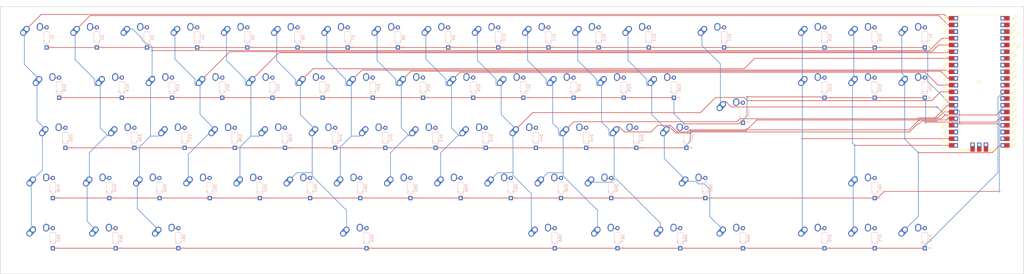
<source format=kicad_pcb>
(kicad_pcb (version 20240108) (generator "pcbnew") (generator_version "8.0")
  (layers (0 "F.Cu" signal) (31 "B.Cu" signal) (34 "B.Paste" user) (35 "F.Paste" user) (36 "B.SilkS" user "B.Silkscreen") (37 "F.SilkS" user "F.Silkscreen") (38 "B.Mask" user) (39 "F.Mask" user) (44 "Edge.Cuts" user))
  (net 0 "")
  (net 1 "Net-(D1-A)")
  (net 2 "R0")
  (net 3 "Net-(D2-A)")
  (net 4 "Net-(D3-A)")
  (net 5 "Net-(D4-A)")
  (net 6 "Net-(D5-A)")
  (net 7 "Net-(D6-A)")
  (net 8 "Net-(D7-A)")
  (net 9 "Net-(D8-A)")
  (net 10 "Net-(D9-A)")
  (net 11 "Net-(D10-A)")
  (net 12 "Net-(D11-A)")
  (net 13 "Net-(D12-A)")
  (net 14 "Net-(D13-A)")
  (net 15 "Net-(D14-A)")
  (net 16 "Net-(D15-A)")
  (net 17 "Net-(D16-A)")
  (net 18 "Net-(D17-A)")
  (net 19 "R1")
  (net 20 "Net-(D18-A)")
  (net 21 "Net-(D19-A)")
  (net 22 "Net-(D20-A)")
  (net 23 "Net-(D21-A)")
  (net 24 "Net-(D22-A)")
  (net 25 "Net-(D23-A)")
  (net 26 "Net-(D24-A)")
  (net 27 "Net-(D25-A)")
  (net 28 "Net-(D26-A)")
  (net 29 "Net-(D27-A)")
  (net 30 "Net-(D28-A)")
  (net 31 "Net-(D29-A)")
  (net 32 "Net-(D30-A)")
  (net 33 "Net-(D31-A)")
  (net 34 "Net-(D32-A)")
  (net 35 "Net-(D33-A)")
  (net 36 "Net-(D34-A)")
  (net 37 "Net-(D35-A)")
  (net 38 "R2")
  (net 39 "Net-(D36-A)")
  (net 40 "Net-(D37-A)")
  (net 41 "Net-(D38-A)")
  (net 42 "Net-(D39-A)")
  (net 43 "Net-(D40-A)")
  (net 44 "Net-(D41-A)")
  (net 45 "Net-(D42-A)")
  (net 46 "Net-(D43-A)")
  (net 47 "Net-(D44-A)")
  (net 48 "Net-(D45-A)")
  (net 49 "Net-(D46-A)")
  (net 50 "Net-(D47-A)")
  (net 51 "R3")
  (net 52 "Net-(D48-A)")
  (net 53 "Net-(D49-A)")
  (net 54 "Net-(D50-A)")
  (net 55 "Net-(D51-A)")
  (net 56 "Net-(D52-A)")
  (net 57 "Net-(D53-A)")
  (net 58 "Net-(D54-A)")
  (net 59 "Net-(D55-A)")
  (net 60 "Net-(D56-A)")
  (net 61 "Net-(D57-A)")
  (net 62 "Net-(D58-A)")
  (net 63 "Net-(D59-A)")
  (net 64 "Net-(D60-A)")
  (net 65 "Net-(D61-A)")
  (net 66 "Net-(D62-A)")
  (net 67 "R4")
  (net 68 "Net-(D63-A)")
  (net 69 "Net-(D64-A)")
  (net 70 "Net-(D65-A)")
  (net 71 "Net-(D66-A)")
  (net 72 "Net-(D67-A)")
  (net 73 "Net-(D68-A)")
  (net 74 "Net-(D69-A)")
  (net 75 "Net-(D70-A)")
  (net 76 "Net-(D71-A)")
  (net 77 "Net-(D72-A)")
  (net 78 "C0")
  (net 79 "C1")
  (net 80 "C2")
  (net 81 "C3")
  (net 82 "C4")
  (net 83 "C5")
  (net 84 "C6")
  (net 85 "C7")
  (net 86 "C8")
  (net 87 "C9")
  (net 88 "C10")
  (net 89 "C11")
  (net 90 "C12")
  (net 91 "C13")
  (net 92 "C14")
  (net 93 "C15")
  (net 94 "C16")
  (footprint "MX_Alps_Hybrid:MX-Alps-Hybrid-1U" (layer "F.Cu") (at 94.1875 49.568)
    (property "Reference" "SW21")
    (property "Value" "SW_Push")
  )
  (footprint "MX_Alps_Hybrid:MX-Alps-Hybrid-1U" (layer "F.Cu") (at 75.1375 49.568)
    (property "Reference" "SW20")
    (property "Value" "SW_Push")
  )
  (footprint "MX_Alps_Hybrid:MX-Alps-Hybrid-1U" (layer "F.Cu") (at 208.4875 49.568)
    (property "Reference" "SW27")
    (property "Value" "SW_Push")
  )
  (footprint "MX_Alps_Hybrid:MX-Alps-Hybrid-1U" (layer "F.Cu") (at 79.9 68.618)
    (property "Reference" "SW37")
    (property "Value" "SW_Push")
  )
  (footprint "MX_Alps_Hybrid:MX-Alps-Hybrid-1U" (layer "F.Cu") (at 165.625 87.668)
    (property "Reference" "SW55")
    (property "Value" "SW_Push")
  )
  (footprint "MX_Alps_Hybrid:MX-Alps-Hybrid-1U" (layer "F.Cu") (at 232.3 68.618)
    (property "Reference" "SW45")
    (property "Value" "SW_Push")
  )
  (footprint "MX_Alps_Hybrid:MX-Alps-Hybrid-1U" (layer "F.Cu") (at 70.375 87.668)
    (property "Reference" "SW50")
    (property "Value" "SW_Push")
  )
  (footprint "MX_Alps_Hybrid:MX-Alps-Hybrid-1U" (layer "F.Cu") (at 265.6375 49.568)
    (property "Reference" "SW30")
    (property "Value" "SW_Push")
  )
  (footprint "MX_Alps_Hybrid:MX-Alps-Hybrid-6.25U" (layer "F.Cu") (at 148.9563 106.718)
    (property "Reference" "SW65")
    (property "Value" "SW_Push")
  )
  (footprint "MX_Alps_Hybrid:MX-Alps-Hybrid-1U" (layer "F.Cu") (at 360.8875 49.568)
    (property "Reference" "SW34")
    (property "Value" "SW_Push")
  )
  (footprint "MX_Alps_Hybrid:MX-Alps-Hybrid-1.25U" (layer "F.Cu") (at 29.8938 106.718)
    (property "Reference" "SW62")
    (property "Value" "SW_Push")
  )
  (footprint "MX_Alps_Hybrid:MX-Alps-Hybrid-1U" (layer "F.Cu") (at 222.775 87.668)
    (property "Reference" "SW58")
    (property "Value" "SW_Push")
  )
  (footprint "MX_Alps_Hybrid:MX-Alps-Hybrid-1U" (layer "F.Cu") (at 127.525 87.668)
    (property "Reference" "SW53")
    (property "Value" "SW_Push")
  )
  (footprint "MX_Alps_Hybrid:MX-Alps-Hybrid-1U" (layer "F.Cu") (at 341.8375 49.568)
    (property "Reference" "SW33")
    (property "Value" "SW_Push")
  )
  (footprint "MX_Alps_Hybrid:MX-Alps-Hybrid-1U" (layer "F.Cu") (at 341.8375 106.718)
    (property "Reference" "SW71")
    (property "Value" "SW_Push")
  )
  (footprint "MX_Alps_Hybrid:MX-Alps-Hybrid-1U" (layer "F.Cu") (at 246.5875 49.568)
    (property "Reference" "SW29")
    (property "Value" "SW_Push")
  )
  (footprint "MX_Alps_Hybrid:MX-Alps-Hybrid-1U" (layer "F.Cu") (at 151.3375 49.568)
    (property "Reference" "SW24")
    (property "Value" "SW_Push")
  )
  (footprint "MX_Alps_Hybrid:MX-Alps-Hybrid-1U" (layer "F.Cu") (at 179.9125 30.518)
    (property "Reference" "SW9")
    (property "Value" "SW_Push")
  )
  (footprint "MX_Alps_Hybrid:MX-Alps-Hybrid-1U" (layer "F.Cu") (at 156.1 68.618)
    (property "Reference" "SW41")
    (property "Value" "SW_Push")
  )
  (footprint "MX_Alps_Hybrid:MX-Alps-Hybrid-1U" (layer "F.Cu") (at 322.7875 30.518)
    (property "Reference" "SW15")
    (property "Value" "SW_Push")
  )
  (footprint "MX_Alps_Hybrid:MX-Alps-Hybrid-1.25U" (layer "F.Cu") (at 29.8938 87.668)
    (property "Reference" "SW48")
    (property "Value" "SW_Push")
  )
  (footprint "MX_Alps_Hybrid:MX-Alps-Hybrid-1.25U" (layer "F.Cu") (at 268.0188 106.718)
    (property "Reference" "SW68")
    (property "Value" "SW_Push")
  )
  (footprint "MX_Alps_Hybrid:MX-Alps-Hybrid-1U" (layer "F.Cu") (at 184.675 87.668)
    (property "Reference" "SW56")
    (property "Value" "SW_Push")
  )
  (footprint "MX_Alps_Hybrid:MX-Alps-Hybrid-1U" (layer "F.Cu") (at 51.325 87.668)
    (property "Reference" "SW49")
    (property "Value" "SW_Push")
  )
  (footprint "MX_Alps_Hybrid:MX-Alps-Hybrid-1U" (layer "F.Cu") (at 270.4 68.618)
    (property "Reference" "SW47")
    (property "Value" "SW_Push")
  )
  (footprint "MX_Alps_Hybrid:MX-Alps-Hybrid-1U" (layer "F.Cu") (at 227.5375 49.568)
    (property "Reference" "SW28")
    (property "Value" "SW_Push")
  )
  (footprint "MX_Alps_Hybrid:MX-Alps-Hybrid-1U" (layer "F.Cu") (at 146.575 87.668)
    (property "Reference" "SW54")
    (property "Value" "SW_Push")
  )
  (footprint "MX_Alps_Hybrid:MX-Alps-Hybrid-1U" (layer "F.Cu") (at 322.7875 49.568)
    (property "Reference" "SW32")
    (property "Value" "SW_Push")
  )
  (footprint "MX_Alps_Hybrid:MX-Alps-Hybrid-1U" (layer "F.Cu") (at 341.8375 87.668)
    (property "Reference" "SW61")
    (property "Value" "SW_Push")
  )
  (footprint "MX_Alps_Hybrid:MX-Alps-Hybrid-2U" (layer "F.Cu") (at 284.6875 30.518)
    (property "Reference" "SW14")
    (property "Value" "SW_Push")
  )
  (footprint "MX_Alps_Hybrid:MX-Alps-Hybrid-1U" (layer "F.Cu") (at 60.85 68.618)
    (property "Reference" "SW36")
    (property "Value" "SW_Push")
  )
  (footprint "MX_Alps_Hybrid:MX-Alps-Hybrid-1U" (layer "F.Cu") (at 118 68.618)
    (property "Reference" "SW39")
    (property "Value" "SW_Push")
  )
  (footprint "MX_Alps_Hybrid:MX-Alps-Hybrid-1U" (layer "F.Cu") (at 108.475 87.668)
    (property "Reference" "SW52")
    (property "Value" "SW_Push")
  )
  (footprint "MX_Alps_Hybrid:MX-Alps-Hybrid-1U" (layer "F.Cu") (at 132.2875 49.568)
    (property "Reference" "SW23")
    (property "Value" "SW_Push")
  )
  (footprint "MX_Alps_Hybrid:MX-Alps-Hybrid-1U" (layer "F.Cu") (at 113.2375 49.568)
    (property "Reference" "SW22")
    (property "Value" "SW_Push")
  )
  (footprint "MX_Alps_Hybrid:MX-Alps-Hybrid-1.25U" (layer "F.Cu") (at 77.5188 106.718)
    (property "Reference" "SW64")
    (property "Value" "SW_Push")
  )
  (footprint "MX_Alps_Hybrid:MX-Alps-Hybrid-1.25U" (layer "F.Cu") (at 244.2063 106.718)
    (property "Reference" "SW67")
    (property "Value" "SW_Push")
  )
  (footprint "MX_Alps_Hybrid:MX-Alps-Hybrid-1U" (layer "F.Cu") (at 251.35 68.618)
    (property "Reference" "SW46")
    (property "Value" "SW_Push")
  )
  (footprint "MX_Alps_Hybrid:MX-Alps-Hybrid-1U" (layer "F.Cu") (at 160.8625 30.518)
    (property "Reference" "SW8")
    (property "Value" "SW_Push")
  )
  (footprint "MX_Alps_Hybrid:MX-Alps-Hybrid-1U" (layer "F.Cu") (at 175.15 68.618)
    (property "Reference" "SW42")
    (property "Value" "SW_Push")
  )
  (footprint "MX_Alps_Hybrid:MX-Alps-Hybrid-1U" (layer "F.Cu") (at 89.425 87.668)
    (property "Reference" "SW51")
    (property "Value" "SW_Push")
  )
  (footprint "MX_Alps_Hybrid:MX-Alps-Hybrid-ISO" (layer "F.Cu") (at 291.8313 59.093)
    (property "Reference" "SW31")
    (property "Value" "SW_Push")
  )
  (footprint "MX_Alps_Hybrid:MX-Alps-Hybrid-1U" (layer "F.Cu") (at 170.3875 49.568)
    (property "Reference" "SW25")
    (property "Value" "SW_Push")
  )
  (footprint "MX_Alps_Hybrid:MX-Alps-Hybrid-2.75U" (layer "F.Cu") (at 277.5438 87.668)
    (property "Reference" "SW60")
    (property "Value" "SW_Push")
  )
  (footprint "MX_Alps_Hybrid:MX-Alps-Hybrid-1U" (layer "F.Cu") (at 256.1125 30.518)
    (property "Reference" "SW13")
    (property "Value" "SW_Push")
  )
  (footprint "MX_Alps_Hybrid:MX-Alps-Hybrid-1U" (layer "F.Cu") (at 341.8375 30.518)
    (property "Reference" "SW16")
    (property "Value" "SW_Push")
  )
  (footprint "MX_Alps_Hybrid:MX-Alps-Hybrid-1U" (layer "F.Cu") (at 360.8875 30.518)
    (property "Reference" "SW17")
    (property "Value" "SW_Push")
  )
  (footprint "MX_Alps_Hybrid:MX-Alps-Hybrid-1U" (layer "F.Cu") (at 198.9625 30.518)
    (property "Reference" "SW10")
    (property "Value" "SW_Push")
  )
  (footprint "MX_Alps_Hybrid:MX-Alps-Hybrid-1U" (layer "F.Cu") (at 237.0625 30.518)
    (property "Reference" "SW12")
    (property "Value" "SW_Push")
  )
  (footprint "MX_Alps_Hybrid:MX-Alps-Hybrid-1.5U" (layer "F.Cu") (at 32.275 49.568)
    (property "Reference" "SW18")
    (property "Value" "SW_Push")
  )
  (footprint "MX_Alps_Hybrid:MX-Alps-Hybrid-1U" (layer "F.Cu") (at 213.25 68.618)
    (property "Reference" "SW44")
    (property "Value" "SW_Push")
  )
  (footprint "MX_Alps_Hybrid:MX-Alps-Hybrid-1U" (layer "F.Cu") (at 203.725 87.668)
    (property "Reference" "SW57")
    (property "Value" "SW_Push")
  )
  (footprint "MX_Alps_Hybrid:MX-Alps-Hybrid-1U" (layer "F.Cu") (at 194.2 68.618)
    (property "Reference" "SW43")
    (property "Value" "SW_Push")
  )
  (footprint "MX_Alps_Hybrid:MX-Alps-Hybrid-1.25U" (layer "F.Cu") (at 53.7063 106.718)
    (property "Reference" "SW63")
    (property "Value" "SW_Push")
  )
  (footprint "MX_Alps_Hybrid:MX-Alps-Hybrid-1U" (layer "F.Cu") (at 189.4375 49.568)
    (property "Reference" "SW26")
    (property "Value" "SW_Push")
  )
  (footprint "MX_Alps_Hybrid:MX-Alps-Hybrid-1U" (layer "F.Cu") (at 322.7875 106.718)
    (property "Reference" "SW70")
    (property "Value" "SW_Push")
  )
  (footprint "MX_Alps_Hybrid:MX-Alps-Hybrid-1U" (layer "F.Cu") (at 137.05 68.618)
    (property "Reference" "SW40")
    (property "Value" "SW_Push")
  )
  (footprint "MX_Alps_Hybrid:MX-Alps-Hybrid-1U" (layer "F.Cu") (at 241.825 87.668)
    (property "Reference" "SW59")
    (property "Value" "SW_Push")
  )
  (footprint "MX_Alps_Hybrid:MX-Alps-Hybrid-1.75U" (layer "F.Cu") (at 34.6563 68.618)
    (property "Reference" "SW35")
    (property "Value" "SW_Push")
  )
  (footprint "MX_Alps_Hybrid:MX-Alps-Hybrid-1U" (layer "F.Cu") (at 84.6625 30.518)
    (property "Reference" "SW4")
    (property "Value" "SW_Push")
  )
  (footprint "MX_Alps_Hybrid:MX-Alps-Hybrid-1U" (layer "F.Cu") (at 56.0875 49.568)
    (property "Reference" "SW19")
    (property "Value" "SW_Push")
  )
  (footprint "MX_Alps_Hybrid:MX-Alps-Hybrid-1U" (layer "F.Cu") (at 141.8125 30.518)
    (property "Reference" "SW7")
    (property "Value" "SW_Push")
  )
  (footprint "MX_Alps_Hybrid:MX-Alps-Hybrid-1.25U" (layer "F.Cu") (at 220.3938 106.718)
    (property "Reference" "SW66")
    (property "Value" "SW_Push")
  )
  (footprint "MX_Alps_Hybrid:MX-Alps-Hybrid-1U" (layer "F.Cu") (at 98.95 68.618)
    (property "Reference" "SW38")
    (property "Value" "SW_Push")
  )
  (footprint "MX_Alps_Hybrid:MX-Alps-Hybrid-1U" (layer "F.Cu") (at 360.8875 106.718)
    (property "Reference" "SW72")
    (property "Value" "SW_Push")
  )
  (footprint "MX_Alps_Hybrid:MX-Alps-Hybrid-1U" (layer "F.Cu") (at 218.0125 30.518)
    (property "Reference" "SW11")
    (property "Value" "SW_Push")
  )
  (footprint "MX_Alps_Hybrid:MX-Alps-Hybrid-1U" (layer "F.Cu") (at 65.6125 30.518)
    (property "Reference" "SW3")
    (property "Value" "SW_Push")
  )
  (footprint "MX_Alps_Hybrid:MX-Alps-Hybrid-1U" (layer "F.Cu") (at 103.7125 30.518)
    (property "Reference" "SW5")
    (property "Value" "SW_Push")
  )
  (footprint "MX_Alps_Hybrid:MX-Alps-Hybrid-1.25U" (layer "F.Cu") (at 291.8313 106.718)
    (property "Reference" "SW69")
    (property "Value" "SW_Push")
  )
  (footprint "MX_Alps_Hybrid:MX-Alps-Hybrid-1U" (layer "F.Cu") (at 122.7625 30.518)
    (property "Reference" "SW6")
    (property "Value" "SW_Push")
  )
  (footprint "MX_Alps_Hybrid:MX-Alps-Hybrid-1U" (layer "F.Cu") (at 46.5625 30.518)
    (property "Reference" "SW2")
    (property "Value" "SW_Push")
  )
  (footprint "MX_Alps_Hybrid:MX-Alps-Hybrid-1U" (layer "F.Cu") (at 27.5125 30.518)
    (property "Reference" "SW1")
    (property "Value" "SW_Push")
  )
  (footprint "MCU_RaspberryPi_and_Boards:RPi_Pico_SMD_TH" (layer "F.Cu") (at 386.61 46.57)
    (property "Reference" "U1")
    (property "Value" "Pico")
  )
  (footprint "Diode_THT:D_DO-35_SOD27_P7.62mm_Horizontal" (layer "B.Cu") (at 184.9925 33.548 90)
    (property "Reference" "D9")
    (property "Value" "1N4148")
  )
  (footprint "Diode_THT:D_DO-35_SOD27_P7.62mm_Horizontal" (layer "B.Cu") (at 84.98 71.648 90)
    (property "Reference" "D37")
    (property "Value" "1N4148")
  )
  (footprint "Diode_THT:D_DO-35_SOD27_P7.62mm_Horizontal" (layer "B.Cu") (at 37.355 52.598 90)
    (property "Reference" "D18")
    (property "Value" "1N4148")
  )
  (footprint "Diode_THT:D_DO-35_SOD27_P7.62mm_Horizontal" (layer "B.Cu") (at 94.505 90.698 90)
    (property "Reference" "D51")
    (property "Value" "1N4148")
  )
  (footprint "Diode_THT:D_DO-35_SOD27_P7.62mm_Horizontal" (layer "B.Cu") (at 113.555 90.698 90)
    (property "Reference" "D52")
    (property "Value" "1N4148")
  )
  (footprint "Diode_THT:D_DO-35_SOD27_P7.62mm_Horizontal" (layer "B.Cu") (at 189.755 90.698 90)
    (property "Reference" "D56")
    (property "Value" "1N4148")
  )
  (footprint "Diode_THT:D_DO-35_SOD27_P7.62mm_Horizontal" (layer "B.Cu") (at 82.5988 109.748 90)
    (property "Reference" "D64")
    (property "Value" "1N4148")
  )
  (footprint "Diode_THT:D_DO-35_SOD27_P7.62mm_Horizontal" (layer "B.Cu") (at 34.9738 109.748 90)
    (property "Reference" "D62")
    (property "Value" "1N4148")
  )
  (footprint "Diode_THT:D_DO-35_SOD27_P7.62mm_Horizontal" (layer "B.Cu") (at 346.9175 109.748 90)
    (property "Reference" "D71")
    (property "Value" "1N4148")
  )
  (footprint "Diode_THT:D_DO-35_SOD27_P7.62mm_Horizontal" (layer "B.Cu") (at 273.0988 109.748 90)
    (property "Reference" "D68")
    (property "Value" "1N4148")
  )
  (footprint "Diode_THT:D_DO-35_SOD27_P7.62mm_Horizontal" (layer "B.Cu") (at 225.4738 109.748 90)
    (property "Reference" "D66")
    (property "Value" "1N4148")
  )
  (footprint "Diode_THT:D_DO-35_SOD27_P7.62mm_Horizontal" (layer "B.Cu") (at 70.6925 33.548 90)
    (property "Reference" "D3")
    (property "Value" "1N4148")
  )
  (footprint "Diode_THT:D_DO-35_SOD27_P7.62mm_Horizontal" (layer "B.Cu") (at 223.0925 33.548 90)
    (property "Reference" "D11")
    (property "Value" "1N4148")
  )
  (footprint "Diode_THT:D_DO-35_SOD27_P7.62mm_Horizontal" (layer "B.Cu") (at 246.905 90.698 90)
    (property "Reference" "D59")
    (property "Value" "1N4148")
  )
  (footprint "Diode_THT:D_DO-35_SOD27_P7.62mm_Horizontal" (layer "B.Cu") (at 365.9675 33.548 90)
    (property "Reference" "D17")
    (property "Value" "1N4148")
  )
  (footprint "Diode_THT:D_DO-35_SOD27_P7.62mm_Horizontal" (layer "B.Cu") (at 34.9738 90.698 90)
    (property "Reference" "D48")
    (property "Value" "1N4148")
  )
  (footprint "Diode_THT:D_DO-35_SOD27_P7.62mm_Horizontal" (layer "B.Cu") (at 151.655 90.698 90)
    (property "Reference" "D54")
    (property "Value" "1N4148")
  )
  (footprint "Diode_THT:D_DO-35_SOD27_P7.62mm_Horizontal" (layer "B.Cu") (at 146.8925 33.548 90)
    (property "Reference" "D7")
    (property "Value" "1N4148")
  )
  (footprint "Diode_THT:D_DO-35_SOD27_P7.62mm_Horizontal" (layer "B.Cu") (at 199.28 71.648 90)
    (property "Reference" "D43")
    (property "Value" "1N4148")
  )
  (footprint "Diode_THT:D_DO-35_SOD27_P7.62mm_Horizontal" (layer "B.Cu") (at 327.8675 52.598 90)
    (property "Reference" "D32")
    (property "Value" "1N4148")
  )
  (footprint "Diode_THT:D_DO-35_SOD27_P7.62mm_Horizontal" (layer "B.Cu") (at 251.6675 52.598 90)
    (property "Reference" "D29")
    (property "Value" "1N4148")
  )
  (footprint "Diode_THT:D_DO-35_SOD27_P7.62mm_Horizontal" (layer "B.Cu") (at 161.18 71.648 90)
    (property "Reference" "D41")
    (property "Value" "1N4148")
  )
  (footprint "Diode_THT:D_DO-35_SOD27_P7.62mm_Horizontal" (layer "B.Cu") (at 208.805 90.698 90)
    (property "Reference" "D57")
    (property "Value" "1N4148")
  )
  (footprint "Diode_THT:D_DO-35_SOD27_P7.62mm_Horizontal" (layer "B.Cu") (at 346.9175 52.598 90)
    (property "Reference" "D33")
    (property "Value" "1N4148")
  )
  (footprint "Diode_THT:D_DO-35_SOD27_P7.62mm_Horizontal" (layer "B.Cu") (at 118.3175 52.598 90)
    (property "Reference" "D22")
    (property "Value" "1N4148")
  )
  (footprint "Diode_THT:D_DO-35_SOD27_P7.62mm_Horizontal" (layer "B.Cu") (at 65.93 71.648 90)
    (property "Reference" "D36")
    (property "Value" "1N4148")
  )
  (footprint "Diode_THT:D_DO-35_SOD27_P7.62mm_Horizontal" (layer "B.Cu") (at 104.03 71.648 90)
    (property "Reference" "D38")
    (property "Value" "1N4148")
  )
  (footprint "Diode_THT:D_DO-35_SOD27_P7.62mm_Horizontal" (layer "B.Cu") (at 346.9175 90.698 90)
    (property "Reference" "D61")
    (property "Value" "1N4148")
  )
  (footprint "Diode_THT:D_DO-35_SOD27_P7.62mm_Horizontal" (layer "B.Cu") (at 256.43 71.648 90)
    (property "Reference" "D46")
    (property "Value" "1N4148")
  )
  (footprint "Diode_THT:D_DO-35_SOD27_P7.62mm_Horizontal" (layer "B.Cu") (at 175.4675 52.598 90)
    (property "Reference" "D25")
    (property "Value" "1N4148")
  )
  (footprint "Diode_THT:D_DO-35_SOD27_P7.62mm_Horizontal" (layer "B.Cu") (at 142.13 71.648 90)
    (property "Reference" "D40")
    (property "Value" "1N4148")
  )
  (footprint "Diode_THT:D_DO-35_SOD27_P7.62mm_Horizontal" (layer "B.Cu") (at 58.7863 109.748 90)
    (property "Reference" "D63")
    (property "Value" "1N4148")
  )
  (footprint "Diode_THT:D_DO-35_SOD27_P7.62mm_Horizontal" (layer "B.Cu") (at 127.8425 33.548 90)
    (property "Reference" "D6")
    (property "Value" "1N4148")
  )
  (footprint "Diode_THT:D_DO-35_SOD27_P7.62mm_Horizontal" (layer "B.Cu") (at 39.7363 71.648 90)
    (property "Reference" "D35")
    (property "Value" "1N4148")
  )
  (footprint "Diode_THT:D_DO-35_SOD27_P7.62mm_Horizontal" (layer "B.Cu") (at 137.3675 52.598 90)
    (property "Reference" "D23")
    (property "Value" "1N4148")
  )
  (footprint "Diode_THT:D_DO-35_SOD27_P7.62mm_Horizontal" (layer "B.Cu") (at 289.7675 33.548 90)
    (property "Reference" "D14")
    (property "Value" "1N4148")
  )
  (footprint "Diode_THT:D_DO-35_SOD27_P7.62mm_Horizontal" (layer "B.Cu") (at 365.9675 109.748 90)
    (property "Reference" "D72")
    (property "Value" "1N4148")
  )
  (footprint "Diode_THT:D_DO-35_SOD27_P7.62mm_Horizontal" (layer "B.Cu") (at 132.605 90.698 90)
    (property "Reference" "D53")
    (property "Value" "1N4148")
  )
  (footprint "Diode_THT:D_DO-35_SOD27_P7.62mm_Horizontal" (layer "B.Cu") (at 282.6238 90.698 90)
    (property "Reference" "D60")
    (property "Value" "1N4148")
  )
  (footprint "Diode_THT:D_DO-35_SOD27_P7.62mm_Horizontal" (layer "B.Cu") (at 227.855 90.698 90)
    (property "Reference" "D58")
    (property "Value" "1N4148")
  )
  (footprint "Diode_THT:D_DO-35_SOD27_P7.62mm_Horizontal" (layer "B.Cu") (at 327.8675 33.548 90)
    (property "Reference" "D15")
    (property "Value" "1N4148")
  )
  (footprint "Diode_THT:D_DO-35_SOD27_P7.62mm_Horizontal" (layer "B.Cu") (at 56.405 90.698 90)
    (property "Reference" "D49")
    (property "Value" "1N4148")
  )
  (footprint "Diode_THT:D_DO-35_SOD27_P7.62mm_Horizontal" (layer "B.Cu") (at 232.6175 52.598 90)
    (property "Reference" "D28")
    (property "Value" "1N4148")
  )
  (footprint "Diode_THT:D_DO-35_SOD27_P7.62mm_Horizontal" (layer "B.Cu") (at 156.4175 52.598 90)
    (property "Reference" "D24")
    (property "Value" "1N4148")
  )
  (footprint "Diode_THT:D_DO-35_SOD27_P7.62mm_Horizontal" (layer "B.Cu") (at 51.6425 33.548 90)
    (property "Reference" "D2")
    (property "Value" "1N4148")
  )
  (footprint "Diode_THT:D_DO-35_SOD27_P7.62mm_Horizontal" (layer "B.Cu") (at 237.38 71.648 90)
    (property "Reference" "D45")
    (property "Value" "1N4148")
  )
  (footprint "Diode_THT:D_DO-35_SOD27_P7.62mm_Horizontal" (layer "B.Cu") (at 261.1925 33.548 90)
    (property "Reference" "D13")
    (property "Value" "1N4148")
  )
  (footprint "Diode_THT:D_DO-35_SOD27_P7.62mm_Horizontal" (layer "B.Cu") (at 170.705 90.698 90)
    (property "Reference" "D55")
    (property "Value" "1N4148")
  )
  (footprint "Diode_THT:D_DO-35_SOD27_P7.62mm_Horizontal" (layer "B.Cu") (at 154.0363 109.748 90)
    (property "Reference" "D65")
    (property "Value" "1N4148")
  )
  (footprint "Diode_THT:D_DO-35_SOD27_P7.62mm_Horizontal" (layer "B.Cu") (at 242.1425 33.548 90)
    (property "Reference" "D12")
    (property "Value" "1N4148")
  )
  (footprint "Diode_THT:D_DO-35_SOD27_P7.62mm_Horizontal" (layer "B.Cu") (at 123.08 71.648 90)
    (property "Reference" "D39")
    (property "Value" "1N4148")
  )
  (footprint "Diode_THT:D_DO-35_SOD27_P7.62mm_Horizontal" (layer "B.Cu") (at 346.9175 33.548 90)
    (property "Reference" "D16")
    (property "Value" "1N4148")
  )
  (footprint "Diode_THT:D_DO-35_SOD27_P7.62mm_Horizontal" (layer "B.Cu") (at 218.33 71.648 90)
    (property "Reference" "D44")
    (property "Value" "1N4148")
  )
  (footprint "Diode_THT:D_DO-35_SOD27_P7.62mm_Horizontal" (layer "B.Cu") (at 108.7925 33.548 90)
    (property "Reference" "D5")
    (property "Value" "1N4148")
  )
  (footprint "Diode_THT:D_DO-35_SOD27_P7.62mm_Horizontal" (layer "B.Cu") (at 204.0425 33.548 90)
    (property "Reference" "D10")
    (property "Value" "1N4148")
  )
  (footprint "Diode_THT:D_DO-35_SOD27_P7.62mm_Horizontal" (layer "B.Cu") (at 296.9113 109.748 90)
    (property "Reference" "D69")
    (property "Value" "1N4148")
  )
  (footprint "Diode_THT:D_DO-35_SOD27_P7.62mm_Horizontal" (layer "B.Cu") (at 275.48 71.648 90)
    (property "Reference" "D47")
    (property "Value" "1N4148")
  )
  (footprint "Diode_THT:D_DO-35_SOD27_P7.62mm_Horizontal" (layer "B.Cu") (at 213.5675 52.598 90)
    (property "Reference" "D27")
    (property "Value" "1N4148")
  )
  (footprint "Diode_THT:D_DO-35_SOD27_P7.62mm_Horizontal" (layer "B.Cu") (at 296.9113 62.123 90)
    (property "Reference" "D31")
    (property "Value" "1N4148")
  )
  (footprint "Diode_THT:D_DO-35_SOD27_P7.62mm_Horizontal" (layer "B.Cu") (at 99.2675 52.598 90)
    (property "Reference" "D21")
    (property "Value" "1N4148")
  )
  (footprint "Diode_THT:D_DO-35_SOD27_P7.62mm_Horizontal" (layer "B.Cu") (at 165.9425 33.548 90)
    (property "Reference" "D8")
    (property "Value" "1N4148")
  )
  (footprint "Diode_THT:D_DO-35_SOD27_P7.62mm_Horizontal" (layer "B.Cu") (at 194.5175 52.598 90)
    (property "Reference" "D26")
    (property "Value" "1N4148")
  )
  (footprint "Diode_THT:D_DO-35_SOD27_P7.62mm_Horizontal" (layer "B.Cu") (at 249.2863 109.748 90)
    (property "Reference" "D67")
    (property "Value" "1N4148")
  )
  (footprint "Diode_THT:D_DO-35_SOD27_P7.62mm_Horizontal" (layer "B.Cu") (at 270.7175 52.598 90)
    (property "Reference" "D30")
    (property "Value" "1N4148")
  )
  (footprint "Diode_THT:D_DO-35_SOD27_P7.62mm_Horizontal" (layer "B.Cu") (at 75.455 90.698 90)
    (property "Reference" "D50")
    (property "Value" "1N4148")
  )
  (footprint "Diode_THT:D_DO-35_SOD27_P7.62mm_Horizontal" (layer "B.Cu") (at 327.8675 109.748 90)
    (property "Reference" "D70")
    (property "Value" "1N4148")
  )
  (footprint "Diode_THT:D_DO-35_SOD27_P7.62mm_Horizontal" (layer "B.Cu") (at 89.7425 33.548 90)
    (property "Reference" "D4")
    (property "Value" "1N4148")
  )
  (footprint "Diode_THT:D_DO-35_SOD27_P7.62mm_Horizontal" (layer "B.Cu") (at 32.5925 33.548 90)
    (property "Reference" "D1")
    (property "Value" "1N4148")
  )
  (footprint "Diode_THT:D_DO-35_SOD27_P7.62mm_Horizontal" (layer "B.Cu") (at 180.23 71.648 90)
    (property "Reference" "D42")
    (property "Value" "1N4148")
  )
  (footprint "Diode_THT:D_DO-35_SOD27_P7.62mm_Horizontal" (layer "B.Cu") (at 80.2175 52.598 90)
    (property "Reference" "D20")
    (property "Value" "1N4148")
  )
  (footprint "Diode_THT:D_DO-35_SOD27_P7.62mm_Horizontal" (layer "B.Cu") (at 365.9675 52.598 90)
    (property "Reference" "D34")
    (property "Value" "1N4148")
  )
  (footprint "Diode_THT:D_DO-35_SOD27_P7.62mm_Horizontal" (layer "B.Cu") (at 61.1675 52.598 90)
    (property "Reference" "D19")
    (property "Value" "1N4148")
  )
  (gr_rect (start 15 18) (end 403.5 119.5) (stroke (width 0.2)) (fill none) (layer "Edge.Cuts"))
  (segment (start 31.7376 25.928) (end 31.5422 26.1234) (width 0.2) (layer "F.Cu") (net 1))
  (segment (start 31.5422 26.1234) (end 31.5422 26.1235) (width 0.2) (layer "F.Cu") (net 1))
  (segment (start 32.5925 25.928) (end 31.7376 25.928) (width 0.2) (layer "F.Cu") (net 1))
  (segment (start 30.0125 26.018) (end 31.5422 26.1235) (width 0.2) (layer "F.Cu") (net 1))
  (segment (start 30.0525 25.438) (end 30.0125 25.478) (width 0.2) (layer "B.Cu") (net 1))
  (segment (start 30.0125 25.478) (end 30.0125 26.018) (width 0.2) (layer "B.Cu") (net 1))
  (segment (start 379.125 62.4986) (end 393.7669 62.4986) (width 0.2) (layer "F.Cu") (net 2))
  (segment (start 51.6425 33.548) (end 70.6925 33.548) (width 0.2) (layer "F.Cu") (net 2))
  (segment (start 89.7425 33.548) (end 70.6925 33.548) (width 0.2) (layer "F.Cu") (net 2))
  (segment (start 204.0425 33.548) (end 184.9925 33.548) (width 0.2) (layer "F.Cu") (net 2))
  (segment (start 289.7675 33.548) (end 290.8692 33.548) (width 0.2) (layer "F.Cu") (net 2))
  (segment (start 108.7925 33.548) (end 127.8425 33.548) (width 0.2) (layer "F.Cu") (net 2))
  (segment (start 365.9675 33.548) (end 364.8658 33.548) (width 0.2) (layer "F.Cu") (net 2))
  (segment (start 204.0425 33.548) (end 223.0925 33.548) (width 0.2) (layer "F.Cu") (net 2))
  (segment (start 395.5 63.08) (end 394.3483 63.08) (width 0.2) (layer "F.Cu") (net 2))
  (segment (start 108.7925 33.548) (end 89.7425 33.548) (width 0.2) (layer "F.Cu") (net 2))
  (segment (start 165.9425 33.548) (end 184.9925 33.548) (width 0.2) (layer "F.Cu") (net 2))
  (segment (start 32.5925 33.548) (end 51.6425 33.548) (width 0.2) (layer "F.Cu") (net 2))
  (segment (start 346.9175 33.548) (end 364.8658 33.548) (width 0.2) (layer "F.Cu") (net 2))
  (segment (start 146.8925 33.548) (end 127.8425 33.548) (width 0.2) (layer "F.Cu") (net 2))
  (segment (start 242.1425 33.548) (end 223.0925 33.548) (width 0.2) (layer "F.Cu") (net 2))
  (segment (start 146.8925 33.548) (end 165.9425 33.548) (width 0.2) (layer "F.Cu") (net 2))
  (segment (start 393.7669 62.4986) (end 394.3483 63.08) (width 0.2) (layer "F.Cu") (net 2))
  (segment (start 346.9175 33.548) (end 327.8675 33.548) (width 0.2) (layer "F.Cu") (net 2))
  (segment (start 327.8675 33.548) (end 290.8692 33.548) (width 0.2) (layer "F.Cu") (net 2))
  (segment (start 289.7675 33.548) (end 261.1925 33.548) (width 0.2) (layer "F.Cu") (net 2))
  (segment (start 261.1925 33.548) (end 242.1425 33.548) (width 0.2) (layer "F.Cu") (net 2))
  (via (at 379.125 62.4986) (size 0.6) (drill 0.3) (layers "F.Cu" "B.Cu") (net 2))
  (segment (start 367.0692 46.4622) (end 377.337 56.73) (width 0.2) (layer "B.Cu") (net 2))
  (segment (start 365.9675 34.6497) (end 367.0692 35.7514) (width 0.2) (layer "B.Cu") (net 2))
  (segment (start 379.125 57.7514) (end 379.125 62.4986) (width 0.2) (layer "B.Cu") (net 2))
  (segment (start 377.337 56.73) (end 378.1036 56.73) (width 0.2) (layer "B.Cu") (net 2))
  (segment (start 365.9675 33.548) (end 365.9675 34.6497) (width 0.2) (layer "B.Cu") (net 2))
  (segment (start 378.1036 56.73) (end 379.125 57.7514) (width 0.2) (layer "B.Cu") (net 2))
  (segment (start 367.0692 35.7514) (end 367.0692 46.4622) (width 0.2) (layer "B.Cu") (net 2))
  (segment (start 50.7876 25.928) (end 50.5922 26.1234) (width 0.2) (layer "F.Cu") (net 3))
  (segment (start 51.6425 25.928) (end 50.7876 25.928) (width 0.2) (layer "F.Cu") (net 3))
  (segment (start 50.5922 26.1234) (end 50.5922 26.1235) (width 0.2) (layer "F.Cu") (net 3))
  (segment (start 49.0625 26.018) (end 50.5922 26.1235) (width 0.2) (layer "F.Cu") (net 3))
  (segment (start 49.0625 25.478) (end 49.0625 26.018) (width 0.2) (layer "B.Cu") (net 3))
  (segment (start 49.1025 25.438) (end 49.0625 25.478) (width 0.2) (layer "B.Cu") (net 3))
  (segment (start 70.6925 25.928) (end 69.8376 25.928) (width 0.2) (layer "F.Cu") (net 4))
  (segment (start 69.6422 26.1234) (end 69.6422 26.1235) (width 0.2) (layer "F.Cu") (net 4))
  (segment (start 69.8376 25.928) (end 69.6422 26.1234) (width 0.2) (layer "F.Cu") (net 4))
  (segment (start 68.1125 26.018) (end 69.6422 26.1235) (width 0.2) (layer "F.Cu") (net 4))
  (segment (start 68.1125 25.478) (end 68.1125 26.018) (width 0.2) (layer "B.Cu") (net 4))
  (segment (start 68.1525 25.438) (end 68.1125 25.478) (width 0.2) (layer "B.Cu") (net 4))
  (segment (start 89.7425 25.928) (end 88.8876 25.928) (width 0.2) (layer "F.Cu") (net 5))
  (segment (start 88.6922 26.1234) (end 88.6922 26.1235) (width 0.2) (layer "F.Cu") (net 5))
  (segment (start 88.8876 25.928) (end 88.6922 26.1234) (width 0.2) (layer "F.Cu") (net 5))
  (segment (start 87.1625 26.018) (end 88.6922 26.1235) (width 0.2) (layer "F.Cu") (net 5))
  (segment (start 87.1625 25.478) (end 87.1625 26.018) (width 0.2) (layer "B.Cu") (net 5))
  (segment (start 87.2025 25.438) (end 87.1625 25.478) (width 0.2) (layer "B.Cu") (net 5))
  (segment (start 106.2125 26.018) (end 107.7422 26.1235) (width 0.2) (layer "F.Cu") (net 6))
  (segment (start 107.9376 25.928) (end 107.7422 26.1234) (width 0.2) (layer "F.Cu") (net 6))
  (segment (start 108.7925 25.928) (end 107.9376 25.928) (width 0.2) (layer "F.Cu") (net 6))
  (segment (start 107.7422 26.1234) (end 107.7422 26.1235) (width 0.2) (layer "F.Cu") (net 6))
  (segment (start 106.2525 25.438) (end 106.2125 25.478) (width 0.2) (layer "B.Cu") (net 6))
  (segment (start 106.2125 25.478) (end 106.2125 26.018) (width 0.2) (layer "B.Cu") (net 6))
  (segment (start 126.9876 25.928) (end 126.7922 26.1234) (width 0.2) (layer "F.Cu") (net 7))
  (segment (start 126.7922 26.1234) (end 126.7922 26.1235) (width 0.2) (layer "F.Cu") (net 7))
  (segment (start 125.2625 26.018) (end 126.7922 26.1235) (width 0.2) (layer "F.Cu") (net 7))
  (segment (start 127.8425 25.928) (end 126.9876 25.928) (width 0.2) (layer "F.Cu") (net 7))
  (segment (start 125.2625 25.478) (end 125.2625 26.018) (width 0.2) (layer "B.Cu") (net 7))
  (segment (start 125.3025 25.438) (end 125.2625 25.478) (width 0.2) (layer "B.Cu") (net 7))
  (segment (start 146.8925 25.928) (end 146.0376 25.928) (width 0.2) (layer "F.Cu") (net 8))
  (segment (start 146.0376 25.928) (end 145.8422 26.1234) (width 0.2) (layer "F.Cu") (net 8))
  (segment (start 144.3125 26.018) (end 145.8422 26.1235) (width 0.2) (layer "F.Cu") (net 8))
  (segment (start 145.8422 26.1234) (end 145.8422 26.1235) (width 0.2) (layer "F.Cu") (net 8))
  (segment (start 144.3525 25.438) (end 144.3125 25.478) (width 0.2) (layer "B.Cu") (net 8))
  (segment (start 144.3125 25.478) (end 144.3125 26.018) (width 0.2) (layer "B.Cu") (net 8))
  (segment (start 165.0876 25.928) (end 164.8922 26.1234) (width 0.2) (layer "F.Cu") (net 9))
  (segment (start 164.8922 26.1234) (end 164.8922 26.1235) (width 0.2) (layer "F.Cu") (net 9))
  (segment (start 163.3625 26.018) (end 164.8922 26.1235) (width 0.2) (layer "F.Cu") (net 9))
  (segment (start 165.9425 25.928) (end 165.0876 25.928) (width 0.2) (layer "F.Cu") (net 9))
  (segment (start 163.4025 25.438) (end 163.3625 25.478) (width 0.2) (layer "B.Cu") (net 9))
  (segment (start 163.3625 25.478) (end 163.3625 26.018) (width 0.2) (layer "B.Cu") (net 9))
  (segment (start 184.9925 25.928) (end 184.1376 25.928) (width 0.2) (layer "F.Cu") (net 10))
  (segment (start 184.1376 25.928) (end 183.9422 26.1234) (width 0.2) (layer "F.Cu") (net 10))
  (segment (start 182.4125 26.018) (end 183.9422 26.1235) (width 0.2) (layer "F.Cu") (net 10))
  (segment (start 183.9422 26.1234) (end 183.9422 26.1235) (width 0.2) (layer "F.Cu") (net 10))
  (segment (start 182.4125 25.478) (end 182.4125 26.018) (width 0.2) (layer "B.Cu") (net 10))
  (segment (start 182.4525 25.438) (end 182.4125 25.478) (width 0.2) (layer "B.Cu") (net 10))
  (segment (start 202.9922 26.1234) (end 202.9922 26.1235) (width 0.2) (layer "F.Cu") (net 11))
  (segment (start 203.1876 25.928) (end 202.9922 26.1234) (width 0.2) (layer "F.Cu") (net 11))
  (segment (start 204.0425 25.928) (end 203.1876 25.928) (width 0.2) (layer "F.Cu") (net 11))
  (segment (start 201.4625 26.018) (end 202.9922 26.1235) (width 0.2) (layer "F.Cu") (net 11))
  (segment (start 201.5025 25.438) (end 201.4625 25.478) (width 0.2) (layer "B.Cu") (net 11))
  (segment (start 201.4625 25.478) (end 201.4625 26.018) (width 0.2) (layer "B.Cu") (net 11))
  (segment (start 223.0925 25.928) (end 222.2376 25.928) (width 0.2) (layer "F.Cu") (net 12))
  (segment (start 220.5125 26.018) (end 222.0422 26.1235) (width 0.2) (layer "F.Cu") (net 12))
  (segment (start 222.2376 25.928) (end 222.0422 26.1234) (width 0.2) (layer "F.Cu") (net 12))
  (segment (start 222.0422 26.1234) (end 222.0422 26.1235) (width 0.2) (layer "F.Cu") (net 12))
  (segment (start 220.5525 25.438) (end 220.5125 25.478) (width 0.2) (layer "B.Cu") (net 12))
  (segment (start 220.5125 25.478) (end 220.5125 26.018) (width 0.2) (layer "B.Cu") (net 12))
  (segment (start 241.0922 26.1234) (end 241.0922 26.1235) (width 0.2) (layer "F.Cu") (net 13))
  (segment (start 242.1425 25.928) (end 241.2876 25.928) (width 0.2) (layer "F.Cu") (net 13))
  (segment (start 239.5625 26.018) (end 241.0922 26.1235) (width 0.2) (layer "F.Cu") (net 13))
  (segment (start 241.2876 25.928) (end 241.0922 26.1234) (width 0.2) (layer "F.Cu") (net 13))
  (segment (start 239.6025 25.438) (end 239.5625 25.478) (width 0.2) (layer "B.Cu") (net 13))
  (segment (start 239.5625 25.478) (end 239.5625 26.018) (width 0.2) (layer "B.Cu") (net 13))
  (segment (start 260.1422 26.1234) (end 260.1422 26.1235) (width 0.2) (layer "F.Cu") (net 14))
  (segment (start 260.3376 25.928) (end 260.1422 26.1234) (width 0.2) (layer "F.Cu") (net 14))
  (segment (start 258.6125 26.018) (end 260.1422 26.1235) (width 0.2) (layer "F.Cu") (net 14))
  (segment (start 261.1925 25.928) (end 260.3376 25.928) (width 0.2) (layer "F.Cu") (net 14))
  (segment (start 258.6125 25.478) (end 258.6125 26.018) (width 0.2) (layer "B.Cu") (net 14))
  (segment (start 258.6525 25.438) (end 258.6125 25.478) (width 0.2) (layer "B.Cu") (net 14))
  (segment (start 288.7172 26.1234) (end 288.7172 26.1235) (width 0.2) (layer "F.Cu") (net 15))
  (segment (start 287.1875 26.018) (end 288.7172 26.1235) (width 0.2) (layer "F.Cu") (net 15))
  (segment (start 289.7675 25.928) (end 288.9126 25.928) (width 0.2) (layer "F.Cu") (net 15))
  (segment (start 288.9126 25.928) (end 288.7172 26.1234) (width 0.2) (layer "F.Cu") (net 15))
  (segment (start 287.2275 25.438) (end 287.1875 25.478) (width 0.2) (layer "B.Cu") (net 15))
  (segment (start 287.1875 25.478) (end 287.1875 26.018) (width 0.2) (layer "B.Cu") (net 15))
  (segment (start 327.8675 25.928) (end 327.0126 25.928) (width 0.2) (layer "F.Cu") (net 16))
  (segment (start 326.8172 26.1234) (end 326.8172 26.1235) (width 0.2) (layer "F.Cu") (net 16))
  (segment (start 327.0126 25.928) (end 326.8172 26.1234) (width 0.2) (layer "F.Cu") (net 16))
  (segment (start 325.2875 26.018) (end 326.8172 26.1235) (width 0.2) (layer "F.Cu") (net 16))
  (segment (start 325.2875 25.478) (end 325.2875 26.018) (width 0.2) (layer "B.Cu") (net 16))
  (segment (start 325.3275 25.438) (end 325.2875 25.478) (width 0.2) (layer "B.Cu") (net 16))
  (segment (start 346.0626 25.928) (end 345.8672 26.1234) (width 0.2) (layer "F.Cu") (net 17))
  (segment (start 346.9175 25.928) (end 346.0626 25.928) (width 0.2) (layer "F.Cu") (net 17))
  (segment (start 345.8672 26.1234) (end 345.8672 26.1235) (width 0.2) (layer "F.Cu") (net 17))
  (segment (start 344.3375 26.018) (end 345.8672 26.1235) (width 0.2) (layer "F.Cu") (net 17))
  (segment (start 344.3775 25.438) (end 344.3375 25.478) (width 0.2) (layer "B.Cu") (net 17))
  (segment (start 344.3375 25.478) (end 344.3375 26.018) (width 0.2) (layer "B.Cu") (net 17))
  (segment (start 363.3875 26.018) (end 364.9172 26.1235) (width 0.2) (layer "F.Cu") (net 18))
  (segment (start 365.9675 25.928) (end 365.1126 25.928) (width 0.2) (layer "F.Cu") (net 18))
  (segment (start 364.9172 26.1234) (end 364.9172 26.1235) (width 0.2) (layer "F.Cu") (net 18))
  (segment (start 365.1126 25.928) (end 364.9172 26.1234) (width 0.2) (layer "F.Cu") (net 18))
  (segment (start 363.3875 25.478) (end 363.3875 26.018) (width 0.2) (layer "B.Cu") (net 18))
  (segment (start 363.4275 25.438) (end 363.3875 25.478) (width 0.2) (layer "B.Cu") (net 18))
  (segment (start 327.8675 52.598) (end 326.7658 52.598) (width 0.2) (layer "F.Cu") (net 19))
  (segment (start 99.2675 52.598) (end 118.3175 52.598) (width 0.2) (layer "F.Cu") (net 19))
  (segment (start 295.4089 62.5237) (end 295.8096 62.123) (width 0.2) (layer "F.Cu") (net 19))
  (segment (start 393.0271 61.8612) (end 394.3483 60.54) (width 0.2) (layer "F.Cu") (net 19))
  (segment (start 156.4175 52.598) (end 137.3675 52.598) (width 0.2) (layer "F.Cu") (net 19))
  (segment (start 37.355 52.598) (end 38.4567 52.598) (width 0.2) (layer "F.Cu") (net 19))
  (segment (start 80.2175 52.598) (end 99.2675 52.598) (width 0.2) (layer "F.Cu") (net 19))
  (segment (start 232.6175 52.598) (end 251.6675 52.598) (width 0.2) (layer "F.Cu") (net 19))
  (segment (start 213.5675 52.598) (end 232.6175 52.598) (width 0.2) (layer "F.Cu") (net 19))
  (segment (start 366.4334 61.8612) (end 393.0271 61.8612) (width 0.2) (layer "F.Cu") (net 19))
  (segment (start 156.4175 52.598) (end 175.4675 52.598) (width 0.2) (layer "F.Cu") (net 19))
  (segment (start 137.3675 52.598) (end 118.3175 52.598) (width 0.2) (layer "F.Cu") (net 19))
  (segment (start 213.5675 52.598) (end 194.5175 52.598) (width 0.2) (layer "F.Cu") (net 19))
  (segment (start 194.5175 52.598) (end 175.4675 52.598) (width 0.2) (layer "F.Cu") (net 19))
  (segment (start 274.5911 62.5237) (end 295.4089 62.5237) (width 0.2) (layer "F.Cu") (net 19))
  (segment (start 270.7175 52.598) (end 251.6675 52.598) (width 0.2) (layer "F.Cu") (net 19))
  (segment (start 326.4545 52.2867) (end 298.4616 52.2867) (width 0.2) (layer "F.Cu") (net 19))
  (segment (start 365.9675 52.598) (end 346.9175 52.598) (width 0.2) (layer "F.Cu") (net 19))
  (segment (start 326.7658 52.598) (end 326.4545 52.2867) (width 0.2) (layer "F.Cu") (net 19))
  (segment (start 346.9175 52.598) (end 327.8675 52.598) (width 0.2) (layer "F.Cu") (net 19))
  (segment (start 61.1675 52.598) (end 38.4567 52.598) (width 0.2) (layer "F.Cu") (net 19))
  (segment (start 366.2333 62.0613) (end 366.4334 61.8612) (width 0.2) (layer "F.Cu") (net 19))
  (segment (start 395.5 60.54) (end 394.3483 60.54) (width 0.2) (layer "F.Cu") (net 19))
  (segment (start 80.2175 52.598) (end 61.1675 52.598) (width 0.2) (layer "F.Cu") (net 19))
  (segment (start 296.9113 62.123) (end 295.8096 62.123) (width 0.2) (layer "F.Cu") (net 19))
  (via (at 298.4616 52.2867) (size 0.6) (drill 0.3) (layers "F.Cu" "B.Cu") (net 19))
  (via (at 274.5911 62.5237) (size 0.6) (drill 0.3) (layers "F.Cu" "B.Cu") (net 19))
  (via (at 366.2333 62.0613) (size 0.6) (drill 0.3) (layers "F.Cu" "B.Cu") (net 19))
  (segment (start 298.4616 59.6087) (end 298.4616 52.2867) (width 0.2) (layer "B.Cu") (net 19))
  (segment (start 297.049 61.0213) (end 298.4616 59.6087) (width 0.2) (layer "B.Cu") (net 19))
  (segment (start 366.2333 53.9655) (end 366.2333 62.0613) (width 0.2) (layer "B.Cu") (net 19))
  (segment (start 365.9675 53.6997) (end 366.2333 53.9655) (width 0.2) (layer "B.Cu") (net 19))
  (segment (start 296.9113 61.0213) (end 297.049 61.0213) (width 0.2) (layer "B.Cu") (net 19))
  (segment (start 365.9675 52.598) (end 365.9675 53.6997) (width 0.2) (layer "B.Cu") (net 19))
  (segment (start 296.9113 62.123) (end 296.9113 61.0213) (width 0.2) (layer "B.Cu") (net 19))
  (segment (start 270.7175 58.6501) (end 274.5911 62.5237) (width 0.2) (layer "B.Cu") (net 19))
  (segment (start 270.7175 52.598) (end 270.7175 58.6501) (width 0.2) (layer "B.Cu") (net 19))
  (segment (start 34.775 45.068) (end 36.3047 45.1735) (width 0.2) (layer "F.Cu") (net 20))
  (segment (start 37.355 44.978) (end 36.5001 44.978) (width 0.2) (layer "F.Cu") (net 20))
  (segment (start 36.5001 44.978) (end 36.3047 45.1734) (width 0.2) (layer "F.Cu") (net 20))
  (segment (start 36.3047 45.1734) (end 36.3047 45.1735) (width 0.2) (layer "F.Cu") (net 20))
  (segment (start 34.775 44.528) (end 34.775 45.068) (width 0.2) (layer "B.Cu") (net 20))
  (segment (start 34.815 44.488) (end 34.775 44.528) (width 0.2) (layer "B.Cu") (net 20))
  (segment (start 60.1172 45.1734) (end 60.1172 45.1735) (width 0.2) (layer "F.Cu") (net 21))
  (segment (start 58.5875 45.068) (end 60.1172 45.1735) (width 0.2) (layer "F.Cu") (net 21))
  (segment (start 61.1675 44.978) (end 60.3126 44.978) (width 0.2) (layer "F.Cu") (net 21))
  (segment (start 60.3126 44.978) (end 60.1172 45.1734) (width 0.2) (layer "F.Cu") (net 21))
  (segment (start 58.6275 44.488) (end 58.5875 44.528) (width 0.2) (layer "B.Cu") (net 21))
  (segment (start 58.5875 44.528) (end 58.5875 45.068) (width 0.2) (layer "B.Cu") (net 21))
  (segment (start 79.1672 45.1734) (end 79.1672 45.1735) (width 0.2) (layer "F.Cu") (net 22))
  (segment (start 77.6375 45.068) (end 79.1672 45.1735) (width 0.2) (layer "F.Cu") (net 22))
  (segment (start 80.2175 44.978) (end 79.3626 44.978) (width 0.2) (layer "F.Cu") (net 22))
  (segment (start 79.3626 44.978) (end 79.1672 45.1734) (width 0.2) (layer "F.Cu") (net 22))
  (segment (start 77.6775 44.488) (end 77.6375 44.528) (width 0.2) (layer "B.Cu") (net 22))
  (segment (start 77.6375 44.528) (end 77.6375 45.068) (width 0.2) (layer "B.Cu") (net 22))
  (segment (start 98.4126 44.978) (end 98.2172 45.1734) (width 0.2) (layer "F.Cu") (net 23))
  (segment (start 96.6875 45.068) (end 98.2172 45.1735) (width 0.2) (layer "F.Cu") (net 23))
  (segment (start 98.2172 45.1734) (end 98.2172 45.1735) (width 0.2) (layer "F.Cu") (net 23))
  (segment (start 99.2675 44.978) (end 98.4126 44.978) (width 0.2) (layer "F.Cu") (net 23))
  (segment (start 96.6875 44.528) (end 96.6875 45.068) (width 0.2) (layer "B.Cu") (net 23))
  (segment (start 96.7275 44.488) (end 96.6875 44.528) (width 0.2) (layer "B.Cu") (net 23))
  (segment (start 115.7375 45.068) (end 117.2672 45.1735) (width 0.2) (layer "F.Cu") (net 24))
  (segment (start 118.3175 44.978) (end 117.4626 44.978) (width 0.2) (layer "F.Cu") (net 24))
  (segment (start 117.4626 44.978) (end 117.2672 45.1734) (width 0.2) (layer "F.Cu") (net 24))
  (segment (start 117.2672 45.1734) (end 117.2672 45.1735) (width 0.2) (layer "F.Cu") (net 24))
  (segment (start 115.7375 44.528) (end 115.7375 45.068) (width 0.2) (layer "B.Cu") (net 24))
  (segment (start 115.7775 44.488) (end 115.7375 44.528) (width 0.2) (layer "B.Cu") (net 24))
  (segment (start 137.3675 44.978) (end 136.5126 44.978) (width 0.2) (layer "F.Cu") (net 25))
  (segment (start 134.7875 45.068) (end 136.3172 45.1735) (width 0.2) (layer "F.Cu") (net 25))
  (segment (start 136.3172 45.1734) (end 136.3172 45.1735) (width 0.2) (layer "F.Cu") (net 25))
  (segment (start 136.5126 44.978) (end 136.3172 45.1734) (width 0.2) (layer "F.Cu") (net 25))
  (segment (start 134.7875 44.528) (end 134.7875 45.068) (width 0.2) (layer "B.Cu") (net 25))
  (segment (start 134.8275 44.488) (end 134.7875 44.528) (width 0.2) (layer "B.Cu") (net 25))
  (segment (start 155.5626 44.978) (end 155.3672 45.1734) (width 0.2) (layer "F.Cu") (net 26))
  (segment (start 155.3672 45.1734) (end 155.3672 45.1735) (width 0.2) (layer "F.Cu") (net 26))
  (segment (start 153.8375 45.068) (end 155.3672 45.1735) (width 0.2) (layer "F.Cu") (net 26))
  (segment (start 156.4175 44.978) (end 155.5626 44.978) (width 0.2) (layer "F.Cu") (net 26))
  (segment (start 153.8375 44.528) (end 153.8375 45.068) (width 0.2) (layer "B.Cu") (net 26))
  (segment (start 153.8775 44.488) (end 153.8375 44.528) (width 0.2) (layer "B.Cu") (net 26))
  (segment (start 175.4675 44.978) (end 174.6126 44.978) (width 0.2) (layer "F.Cu") (net 27))
  (segment (start 174.4172 45.1734) (end 174.4172 45.1735) (width 0.2) (layer "F.Cu") (net 27))
  (segment (start 172.8875 45.068) (end 174.4172 45.1735) (width 0.2) (layer "F.Cu") (net 27))
  (segment (start 174.6126 44.978) (end 174.4172 45.1734) (width 0.2) (layer "F.Cu") (net 27))
  (segment (start 172.8875 44.528) (end 172.8875 45.068) (width 0.2) (layer "B.Cu") (net 27))
  (segment (start 172.9275 44.488) (end 172.8875 44.528) (width 0.2) (layer "B.Cu") (net 27))
  (segment (start 191.9375 45.068) (end 193.4672 45.1735) (width 0.2) (layer "F.Cu") (net 28))
  (segment (start 194.5175 44.978) (end 193.6626 44.978) (width 0.2) (layer "F.Cu") (net 28))
  (segment (start 193.4672 45.1734) (end 193.4672 45.1735) (width 0.2) (layer "F.Cu") (net 28))
  (segment (start 193.6626 44.978) (end 193.4672 45.1734) (width 0.2) (layer "F.Cu") (net 28))
  (segment (start 191.9375 44.528) (end 191.9375 45.068) (width 0.2) (layer "B.Cu") (net 28))
  (segment (start 191.9775 44.488) (end 191.9375 44.528) (width 0.2) (layer "B.Cu") (net 28))
  (segment (start 210.9875 45.068) (end 212.5172 45.1735) (width 0.2) (layer "F.Cu") (net 29))
  (segment (start 213.5675 44.978) (end 212.7126 44.978) (width 0.2) (layer "F.Cu") (net 29))
  (segment (start 212.7126 44.978) (end 212.5172 45.1734) (width 0.2) (layer "F.Cu") (net 29))
  (segment (start 212.5172 45.1734) (end 212.5172 45.1735) (width 0.2) (layer "F.Cu") (net 29))
  (segment (start 210.9875 44.528) (end 210.9875 45.068) (width 0.2) (layer "B.Cu") (net 29))
  (segment (start 211.0275 44.488) (end 210.9875 44.528) (width 0.2) (layer "B.Cu") (net 29))
  (segment (start 232.6175 44.978) (end 231.7626 44.978) (width 0.2) (layer "F.Cu") (net 30))
  (segment (start 231.7626 44.978) (end 231.5672 45.1734) (width 0.2) (layer "F.Cu") (net 30))
  (segment (start 230.0375 45.068) (end 231.5672 45.1735) (width 0.2) (layer "F.Cu") (net 30))
  (segment (start 231.5672 45.1734) (end 231.5672 45.1735) (width 0.2) (layer "F.Cu") (net 30))
  (segment (start 230.0775 44.488) (end 230.0375 44.528) (width 0.2) (layer "B.Cu") (net 30))
  (segment (start 230.0375 44.528) (end 230.0375 45.068) (width 0.2) (layer "B.Cu") (net 30))
  (segment (start 250.8126 44.978) (end 250.6172 45.1734) (width 0.2) (layer "F.Cu") (net 31))
  (segment (start 250.6172 45.1734) (end 250.6172 45.1735) (width 0.2) (layer "F.Cu") (net 31))
  (segment (start 251.6675 44.978) (end 250.8126 44.978) (width 0.2) (layer "F.Cu") (net 31))
  (segment (start 249.0875 45.068) (end 250.6172 45.1735) (width 0.2) (layer "F.Cu") (net 31))
  (segment (start 249.1275 44.488) (end 249.0875 44.528) (width 0.2) (layer "B.Cu") (net 31))
  (segment (start 249.0875 44.528) (end 249.0875 45.068) (width 0.2) (layer "B.Cu") (net 31))
  (segment (start 270.7175 44.978) (end 269.8626 44.978) (width 0.2) (layer "F.Cu") (net 32))
  (segment (start 269.8626 44.978) (end 269.6672 45.1734) (width 0.2) (layer "F.Cu") (net 32))
  (segment (start 268.1375 45.068) (end 269.6672 45.1735) (width 0.2) (layer "F.Cu") (net 32))
  (segment (start 269.6672 45.1734) (end 269.6672 45.1735) (width 0.2) (layer "F.Cu") (net 32))
  (segment (start 268.1375 44.528) (end 268.1375 45.068) (width 0.2) (layer "B.Cu") (net 32))
  (segment (start 268.1775 44.488) (end 268.1375 44.528) (width 0.2) (layer "B.Cu") (net 32))
  (segment (start 295.861 54.6984) (end 295.861 54.6985) (width 0.2) (layer "F.Cu") (net 33))
  (segment (start 296.9113 54.503) (end 296.0564 54.503) (width 0.2) (layer "F.Cu") (net 33))
  (segment (start 294.3313 54.593) (end 295.861 54.6985) (width 0.2) (layer "F.Cu") (net 33))
  (segment (start 296.0564 54.503) (end 295.861 54.6984) (width 0.2) (layer "F.Cu") (net 33))
  (segment (start 294.3713 54.013) (end 294.3313 54.053) (width 0.2) (layer "B.Cu") (net 33))
  (segment (start 294.3313 54.053) (end 294.3313 54.593) (width 0.2) (layer "B.Cu") (net 33))
  (segment (start 325.2875 45.068) (end 326.8172 45.1735) (width 0.2) (layer "F.Cu") (net 34))
  (segment (start 327.8675 44.978) (end 327.0126 44.978) (width 0.2) (layer "F.Cu") (net 34))
  (segment (start 326.8172 45.1734) (end 326.8172 45.1735) (width 0.2) (layer "F.Cu") (net 34))
  (segment (start 327.0126 44.978) (end 326.8172 45.1734) (width 0.2) (layer "F.Cu") (net 34))
  (segment (start 325.2875 44.528) (end 325.2875 45.068) (width 0.2) (layer "B.Cu") (net 34))
  (segment (start 325.3275 44.488) (end 325.2875 44.528) (width 0.2) (layer "B.Cu") (net 34))
  (segment (start 346.9175 44.978) (end 346.0626 44.978) (width 0.2) (layer "F.Cu") (net 35))
  (segment (start 346.0626 44.978) (end 345.8672 45.1734) (width 0.2) (layer "F.Cu") (net 35))
  (segment (start 344.3375 45.068) (end 345.8672 45.1735) (width 0.2) (layer "F.Cu") (net 35))
  (segment (start 345.8672 45.1734) (end 345.8672 45.1735) (width 0.2) (layer "F.Cu") (net 35))
  (segment (start 344.3375 44.528) (end 344.3375 45.068) (width 0.2) (layer "B.Cu") (net 35))
  (segment (start 344.3775 44.488) (end 344.3375 44.528) (width 0.2) (layer "B.Cu") (net 35))
  (segment (start 364.9172 45.1734) (end 364.9172 45.1735) (width 0.2) (layer "F.Cu") (net 36))
  (segment (start 365.1126 44.978) (end 364.9172 45.1734) (width 0.2) (layer "F.Cu") (net 36))
  (segment (start 365.9675 44.978) (end 365.1126 44.978) (width 0.2) (layer "F.Cu") (net 36))
  (segment (start 363.3875 45.068) (end 364.9172 45.1735) (width 0.2) (layer "F.Cu") (net 36))
  (segment (start 363.4275 44.488) (end 363.3875 44.528) (width 0.2) (layer "B.Cu") (net 36))
  (segment (start 363.3875 44.528) (end 363.3875 45.068) (width 0.2) (layer "B.Cu") (net 36))
  (segment (start 39.7363 64.028) (end 38.8814 64.028) (width 0.2) (layer "F.Cu") (net 37))
  (segment (start 38.8814 64.028) (end 38.686 64.2234) (width 0.2) (layer "F.Cu") (net 37))
  (segment (start 37.1563 64.118) (end 38.686 64.2235) (width 0.2) (layer "F.Cu") (net 37))
  (segment (start 38.686 64.2234) (end 38.686 64.2235) (width 0.2) (layer "F.Cu") (net 37))
  (segment (start 37.1563 63.578) (end 37.1563 64.118) (width 0.2) (layer "B.Cu") (net 37))
  (segment (start 37.1963 63.538) (end 37.1563 63.578) (width 0.2) (layer "B.Cu") (net 37))
  (segment (start 142.13 71.648) (end 161.18 71.648) (width 0.2) (layer "F.Cu") (net 38))
  (segment (start 372.2207 60.5989) (end 373.6679 59.1517) (width 0.2) (layer "F.Cu") (net 38))
  (segment (start 276.9467 65.4056) (end 277.1475 65.2048) (width 0.2) (layer "F.Cu") (net 38))
  (segment (start 65.93 71.648) (end 84.98 71.648) (width 0.2) (layer "F.Cu") (net 38))
  (segment (start 363.9569 61.2595) (end 364.1586 61.0578) (width 0.2) (layer "F.Cu") (net 38))
  (segment (start 298.0115 65.2048) (end 298.4053 64.811) (width 0.2) (layer "F.Cu") (net 38))
  (segment (start 180.23 71.648) (end 161.18 71.648) (width 0.2) (layer "F.Cu") (net 38))
  (segment (start 363.579 61.2595) (end 363.9569 61.2595) (width 0.2) (layer "F.Cu") (net 38))
  (segment (start 364.1586 61.0578) (end 370.139 61.0578) (width 0.2) (layer "F.Cu") (net 38))
  (segment (start 277.1475 65.2048) (end 298.0115 65.2048) (width 0.2) (layer "F.Cu") (net 38))
  (segment (start 237.38 71.648) (end 218.33 71.648) (width 0.2) (layer "F.Cu") (net 38))
  (segment (start 256.43 71.648) (end 275.48 71.648) (width 0.2) (layer "F.Cu") (net 38))
  (segment (start 395.5 58) (end 394.3483 58) (width 0.2) (layer "F.Cu") (net 38))
  (segment (start 180.23 71.648) (end 199.28 71.648) (width 0.2) (layer "F.Cu") (net 38))
  (segment (start 237.38 71.648) (end 256.43 71.648) (width 0.2) (layer "F.Cu") (net 38))
  (segment (start 373.6679 59.1517) (end 393.1966 59.1517) (width 0.2) (layer "F.Cu") (net 38))
  (segment (start 123.08 71.648) (end 104.03 71.648) (width 0.2) (layer "F.Cu") (net 38))
  (segment (start 104.03 71.648) (end 84.98 71.648) (width 0.2) (layer "F.Cu") (net 38))
  (segment (start 393.1966 59.1517) (end 394.3483 58) (width 0.2) (layer "F.Cu") (net 38))
  (segment (start 370.139 61.0578) (end 370.5979 60.5989) (width 0.2) (layer "F.Cu") (net 38))
  (segment (start 360.0275 64.811) (end 363.579 61.2595) (width 0.2) (layer "F.Cu") (net 38))
  (segment (start 298.4053 64.811) (end 360.0275 64.811) (width 0.2) (layer "F.Cu") (net 38))
  (segment (start 218.33 71.648) (end 199.28 71.648) (width 0.2) (layer "F.Cu") (net 38))
  (segment (start 370.5979 60.5989) (end 372.2207 60.5989) (width 0.2) (layer "F.Cu") (net 38))
  (segment (start 39.7363 71.648) (end 65.93 71.648) (width 0.2) (layer "F.Cu") (net 38))
  (segment (start 123.08 71.648) (end 142.13 71.648) (width 0.2) (layer "F.Cu") (net 38))
  (via (at 276.9467 65.4056) (size 0.6) (drill 0.3) (layers "F.Cu" "B.Cu") (net 38))
  (segment (start 276.9467 69.2173) (end 276.9467 65.4056) (width 0.2) (layer "B.Cu") (net 38))
  (segment (start 275.6177 70.5463) (end 276.9467 69.2173) (width 0.2) (layer "B.Cu") (net 38))
  (segment (start 275.48 70.5463) (end 275.6177 70.5463) (width 0.2) (layer "B.Cu") (net 38))
  (segment (start 275.48 71.648) (end 275.48 70.5463) (width 0.2) (layer "B.Cu") (net 38))
  (segment (start 64.8797 64.2234) (end 64.8797 64.2235) (width 0.2) (layer "F.Cu") (net 39))
  (segment (start 65.0751 64.028) (end 64.8797 64.2234) (width 0.2) (layer "F.Cu") (net 39))
  (segment (start 63.35 64.118) (end 64.8797 64.2235) (width 0.2) (layer "F.Cu") (net 39))
  (segment (start 65.93 64.028) (end 65.0751 64.028) (width 0.2) (layer "F.Cu") (net 39))
  (segment (start 63.39 63.538) (end 63.35 63.578) (width 0.2) (layer "B.Cu") (net 39))
  (segment (start 63.35 63.578) (end 63.35 64.118) (width 0.2) (layer "B.Cu") (net 39))
  (segment (start 84.1251 64.028) (end 83.9297 64.2234) (width 0.2) (layer "F.Cu") (net 40))
  (segment (start 82.4 64.118) (end 83.9297 64.2235) (width 0.2) (layer "F.Cu") (net 40))
  (segment (start 84.98 64.028) (end 84.1251 64.028) (width 0.2) (layer "F.Cu") (net 40))
  (segment (start 83.9297 64.2234) (end 83.9297 64.2235) (width 0.2) (layer "F.Cu") (net 40))
  (segment (start 82.44 63.538) (end 82.4 63.578) (width 0.2) (layer "B.Cu") (net 40))
  (segment (start 82.4 63.578) (end 82.4 64.118) (width 0.2) (layer "B.Cu") (net 40))
  (segment (start 101.45 64.118) (end 102.9797 64.2235) (width 0.2) (layer "F.Cu") (net 41))
  (segment (start 104.03 64.028) (end 103.1751 64.028) (width 0.2) (layer "F.Cu") (net 41))
  (segment (start 102.9797 64.2234) (end 102.9797 64.2235) (width 0.2) (layer "F.Cu") (net 41))
  (segment (start 103.1751 64.028) (end 102.9797 64.2234) (width 0.2) (layer "F.Cu") (net 41))
  (segment (start 101.49 63.538) (end 101.45 63.578) (width 0.2) (layer "B.Cu") (net 41))
  (segment (start 101.45 63.578) (end 101.45 64.118) (width 0.2) (layer "B.Cu") (net 41))
  (segment (start 122.2251 64.028) (end 122.0297 64.2234) (width 0.2) (layer "F.Cu") (net 42))
  (segment (start 122.0297 64.2234) (end 122.0297 64.2235) (width 0.2) (layer "F.Cu") (net 42))
  (segment (start 120.5 64.118) (end 122.0297 64.2235) (width 0.2) (layer "F.Cu") (net 42))
  (segment (start 123.08 64.028) (end 122.2251 64.028) (width 0.2) (layer "F.Cu") (net 42))
  (segment (start 120.5 63.578) (end 120.5 64.118) (width 0.2) (layer "B.Cu") (net 42))
  (segment (start 120.54 63.538) (end 120.5 63.578) (width 0.2) (layer "B.Cu") (net 42))
  (segment (start 139.55 64.118) (end 141.0797 64.2235) (width 0.2) (layer "F.Cu") (net 43))
  (segment (start 142.13 64.028) (end 141.2751 64.028) (width 0.2) (layer "F.Cu") (net 43))
  (segment (start 141.2751 64.028) (end 141.0797 64.2234) (width 0.2) (layer "F.Cu") (net 43))
  (segment (start 141.0797 64.2234) (end 141.0797 64.2235) (width 0.2) (layer "F.Cu") (net 43))
  (segment (start 139.59 63.538) (end 139.55 63.578) (width 0.2) (layer "B.Cu") (net 43))
  (segment (start 139.55 63.578) (end 139.55 64.118) (width 0.2) (layer "B.Cu") (net 43))
  (segment (start 161.18 64.028) (end 160.3251 64.028) (width 0.2) (layer "F.Cu") (net 44))
  (segment (start 158.6 64.118) (end 160.1297 64.2235) (width 0.2) (layer "F.Cu") (net 44))
  (segment (start 160.3251 64.028) (end 160.1297 64.2234) (width 0.2) (layer "F.Cu") (net 44))
  (segment (start 160.1297 64.2234) (end 160.1297 64.2235) (width 0.2) (layer "F.Cu") (net 44))
  (segment (start 158.6 63.578) (end 158.6 64.118) (width 0.2) (layer "B.Cu") (net 44))
  (segment (start 158.64 63.538) (end 158.6 63.578) (width 0.2) (layer "B.Cu") (net 44))
  (segment (start 180.23 64.028) (end 179.3751 64.028) (width 0.2) (layer "F.Cu") (net 45))
  (segment (start 179.1797 64.2234) (end 179.1797 64.2235) (width 0.2) (layer "F.Cu") (net 45))
  (segment (start 179.3751 64.028) (end 179.1797 64.2234) (width 0.2) (layer "F.Cu") (net 45))
  (segment (start 177.65 64.118) (end 179.1797 64.2235) (width 0.2) (layer "F.Cu") (net 45))
  (segment (start 177.69 63.538) (end 177.65 63.578) (width 0.2) (layer "B.Cu") (net 45))
  (segment (start 177.65 63.578) (end 177.65 64.118) (width 0.2) (layer "B.Cu") (net 45))
  (segment (start 199.28 64.028) (end 198.4251 64.028) (width 0.2) (layer "F.Cu") (net 46))
  (segment (start 198.4251 64.028) (end 198.2297 64.2234) (width 0.2) (layer "F.Cu") (net 46))
  (segment (start 198.2297 64.2234) (end 198.2297 64.2235) (width 0.2) (layer "F.Cu") (net 46))
  (segment (start 196.7 64.118) (end 198.2297 64.2235) (width 0.2) (layer "F.Cu") (net 46))
  (segment (start 196.7 63.578) (end 196.7 64.118) (width 0.2) (layer "B.Cu") (net 46))
  (segment (start 196.74 63.538) (end 196.7 63.578) (width 0.2) (layer "B.Cu") (net 46))
  (segment (start 215.75 64.118) (end 217.2797 64.2235) (width 0.2) (layer "F.Cu") (net 47))
  (segment (start 217.4751 64.028) (end 217.2797 64.2234) (width 0.2) (layer "F.Cu") (net 47))
  (segment (start 217.2797 64.2234) (end 217.2797 64.2235) (width 0.2) (layer "F.Cu") (net 47))
  (segment (start 218.33 64.028) (end 217.4751 64.028) (width 0.2) (layer "F.Cu") (net 47))
  (segment (start 215.79 63.538) (end 215.75 63.578) (width 0.2) (layer "B.Cu") (net 47))
  (segment (start 215.75 63.578) (end 215.75 64.118) (width 0.2) (layer "B.Cu") (net 47))
  (segment (start 234.8 64.118) (end 236.3297 64.2235) (width 0.2) (layer "F.Cu") (net 48))
  (segment (start 236.5251 64.028) (end 236.3297 64.2234) (width 0.2) (layer "F.Cu") (net 48))
  (segment (start 236.3297 64.2234) (end 236.3297 64.2235) (width 0.2) (layer "F.Cu") (net 48))
  (segment (start 237.38 64.028) (end 236.5251 64.028) (width 0.2) (layer "F.Cu") (net 48))
  (segment (start 234.8 63.578) (end 234.8 64.118) (width 0.2) (layer "B.Cu") (net 48))
  (segment (start 234.84 63.538) (end 234.8 63.578) (width 0.2) (layer "B.Cu") (net 48))
  (segment (start 255.3797 64.2234) (end 255.3797 64.2235) (width 0.2) (layer "F.Cu") (net 49))
  (segment (start 256.43 64.028) (end 255.5751 64.028) (width 0.2) (layer "F.Cu") (net 49))
  (segment (start 255.5751 64.028) (end 255.3797 64.2234) (width 0.2) (layer "F.Cu") (net 49))
  (segment (start 253.85 64.118) (end 255.3797 64.2235) (width 0.2) (layer "F.Cu") (net 49))
  (segment (start 253.89 63.538) (end 253.85 63.578) (width 0.2) (layer "B.Cu") (net 49))
  (segment (start 253.85 63.578) (end 253.85 64.118) (width 0.2) (layer "B.Cu") (net 49))
  (segment (start 275.48 64.028) (end 274.6251 64.028) (width 0.2) (layer "F.Cu") (net 50))
  (segment (start 274.4297 64.2234) (end 274.4297 64.2235) (width 0.2) (layer "F.Cu") (net 50))
  (segment (start 274.6251 64.028) (end 274.4297 64.2234) (width 0.2) (layer "F.Cu") (net 50))
  (segment (start 272.9 64.118) (end 274.4297 64.2235) (width 0.2) (layer "F.Cu") (net 50))
  (segment (start 272.94 63.538) (end 272.9 63.578) (width 0.2) (layer "B.Cu") (net 50))
  (segment (start 272.9 63.578) (end 272.9 64.118) (width 0.2) (layer "B.Cu") (net 50))
  (segment (start 170.705 90.698) (end 189.755 90.698) (width 0.2) (layer "F.Cu") (net 51))
  (segment (start 75.455 90.698) (end 94.505 90.698) (width 0.2) (layer "F.Cu") (net 51))
  (segment (start 113.555 90.698) (end 95.6067 90.698) (width 0.2) (layer "F.Cu") (net 51))
  (segment (start 208.805 90.698) (end 189.755 90.698) (width 0.2) (layer "F.Cu") (net 51))
  (segment (start 346.9175 90.698) (end 282.6238 90.698) (width 0.2) (layer "F.Cu") (net 51))
  (segment (start 350.5248 88.1924) (end 394.2515 88.1924) (width 0.2) (layer "F.Cu") (net 51))
  (segment (start 94.505 90.698) (end 95.6067 90.698) (width 0.2) (layer "F.Cu") (net 51))
  (segment (start 151.655 90.698) (end 132.605 90.698) (width 0.2) (layer "F.Cu") (net 51))
  (segment (start 75.455 90.698) (end 56.405 90.698) (width 0.2) (layer "F.Cu") (net 51))
  (segment (start 170.705 90.698) (end 151.655 90.698) (width 0.2) (layer "F.Cu") (net 51))
  (segment (start 132.605 90.698) (end 113.555 90.698) (width 0.2) (layer "F.Cu") (net 51))
  (segment (start 34.9738 90.698) (end 56.405 90.698) (width 0.2) (layer "F.Cu") (net 51))
  (segment (start 348.0192 90.698) (end 350.5248 88.1924) (width 0.2) (layer "F.Cu") (net 51))
  (segment (start 346.9175 90.698) (end 348.0192 90.698) (width 0.2) (layer "F.Cu") (net 51))
  (segment (start 208.805 90.698) (end 209.9067 90.698) (width 0.2) (layer "F.Cu") (net 51))
  (segment (start 282.6238 90.698) (end 246.905 90.698) (width 0.2) (layer "F.Cu") (net 51))
  (segment (start 246.905 90.698) (end 227.855 90.698) (width 0.2) (layer "F.Cu") (net 51))
  (segment (start 227.855 90.698) (end 209.9067 90.698) (width 0.2) (layer "F.Cu") (net 51))
  (via (at 394.2515 88.1924) (size 0.6) (drill 0.3) (layers "F.Cu" "B.Cu") (net 51))
  (segment (start 395.5 56.6117) (end 395.2595 56.6117) (width 0.2) (layer "B.Cu") (net 51))
  (segment (start 394.2515 57.6197) (end 394.2515 88.1924) (width 0.2) (layer "B.Cu") (net 51))
  (segment (start 395.5 55.46) (end 395.5 56.6117) (width 0.2) (layer "B.Cu") (net 51))
  (segment (start 395.2595 56.6117) (end 394.2515 57.6197) (width 0.2) (layer "B.Cu") (net 51))
  (segment (start 34.9738 83.078) (end 34.1189 83.078) (width 0.2) (layer "F.Cu") (net 52))
  (segment (start 34.1189 83.078) (end 33.9235 83.2734) (width 0.2) (layer "F.Cu") (net 52))
  (segment (start 32.3938 83.168) (end 33.9235 83.2735) (width 0.2) (layer "F.Cu") (net 52))
  (segment (start 33.9235 83.2734) (end 33.9235 83.2735) (width 0.2) (layer "F.Cu") (net 52))
  (segment (start 32.4338 82.588) (end 32.3938 82.628) (width 0.2) (layer "B.Cu") (net 52))
  (segment (start 32.3938 82.628) (end 32.3938 83.168) (width 0.2) (layer "B.Cu") (net 52))
  (segment (start 53.825 83.168) (end 55.3547 83.2735) (width 0.2) (layer "F.Cu") (net 53))
  (segment (start 55.5501 83.078) (end 55.3547 83.2734) (width 0.2) (layer "F.Cu") (net 53))
  (segment (start 56.405 83.078) (end 55.5501 83.078) (width 0.2) (layer "F.Cu") (net 53))
  (segment (start 55.3547 83.2734) (end 55.3547 83.2735) (width 0.2) (layer "F.Cu") (net 53))
  (segment (start 53.865 82.588) (end 53.825 82.628) (width 0.2) (layer "B.Cu") (net 53))
  (segment (start 53.825 82.628) (end 53.825 83.168) (width 0.2) (layer "B.Cu") (net 53))
  (segment (start 74.4047 83.2734) (end 74.4047 83.2735) (width 0.2) (layer "F.Cu") (net 54))
  (segment (start 75.455 83.078) (end 74.6001 83.078) (width 0.2) (layer "F.Cu") (net 54))
  (segment (start 74.6001 83.078) (end 74.4047 83.2734) (width 0.2) (layer "F.Cu") (net 54))
  (segment (start 72.875 83.168) (end 74.4047 83.2735) (width 0.2) (layer "F.Cu") (net 54))
  (segment (start 72.875 82.628) (end 72.875 83.168) (width 0.2) (layer "B.Cu") (net 54))
  (segment (start 72.915 82.588) (end 72.875 82.628) (width 0.2) (layer "B.Cu") (net 54))
  (segment (start 91.925 83.168) (end 93.4547 83.2735) (width 0.2) (layer "F.Cu") (net 55))
  (segment (start 93.4547 83.2734) (end 93.4547 83.2735) (width 0.2) (layer "F.Cu") (net 55))
  (segment (start 94.505 83.078) (end 93.6501 83.078) (width 0.2) (layer "F.Cu") (net 55))
  (segment (start 93.6501 83.078) (end 93.4547 83.2734) (width 0.2) (layer "F.Cu") (net 55))
  (segment (start 91.965 82.588) (end 91.925 82.628) (width 0.2) (layer "B.Cu") (net 55))
  (segment (start 91.925 82.628) (end 91.925 83.168) (width 0.2) (layer "B.Cu") (net 55))
  (segment (start 112.7001 83.078) (end 112.5047 83.2734) (width 0.2) (layer "F.Cu") (net 56))
  (segment (start 113.555 83.078) (end 112.7001 83.078) (width 0.2) (layer "F.Cu") (net 56))
  (segment (start 110.975 83.168) (end 112.5047 83.2735) (width 0.2) (layer "F.Cu") (net 56))
  (segment (start 112.5047 83.2734) (end 112.5047 83.2735) (width 0.2) (layer "F.Cu") (net 56))
  (segment (start 110.975 82.628) (end 110.975 83.168) (width 0.2) (layer "B.Cu") (net 56))
  (segment (start 111.015 82.588) (end 110.975 82.628) (width 0.2) (layer "B.Cu") (net 56))
  (segment (start 132.605 83.078) (end 131.7501 83.078) (width 0.2) (layer "F.Cu") (net 57))
  (segment (start 130.025 83.168) (end 131.5547 83.2735) (width 0.2) (layer "F.Cu") (net 57))
  (segment (start 131.7501 83.078) (end 131.5547 83.2734) (width 0.2) (layer "F.Cu") (net 57))
  (segment (start 131.5547 83.2734) (end 131.5547 83.2735) (width 0.2) (layer "F.Cu") (net 57))
  (segment (start 130.025 82.628) (end 130.025 83.168) (width 0.2) (layer "B.Cu") (net 57))
  (segment (start 130.065 82.588) (end 130.025 82.628) (width 0.2) (layer "B.Cu") (net 57))
  (segment (start 150.8001 83.078) (end 150.6047 83.2734) (width 0.2) (layer "F.Cu") (net 58))
  (segment (start 149.075 83.168) (end 150.6047 83.2735) (width 0.2) (layer "F.Cu") (net 58))
  (segment (start 150.6047 83.2734) (end 150.6047 83.2735) (width 0.2) (layer "F.Cu") (net 58))
  (segment (start 151.655 83.078) (end 150.8001 83.078) (width 0.2) (layer "F.Cu") (net 58))
  (segment (start 149.075 82.628) (end 149.075 83.168) (width 0.2) (layer "B.Cu") (net 58))
  (segment (start 149.115 82.588) (end 149.075 82.628) (width 0.2) (layer "B.Cu") (net 58))
  (segment (start 169.8501 83.078) (end 169.6547 83.2734) (width 0.2) (layer "F.Cu") (net 59))
  (segment (start 169.6547 83.2734) (end 169.6547 83.2735) (width 0.2) (layer "F.Cu") (net 59))
  (segment (start 168.125 83.168) (end 169.6547 83.2735) (width 0.2) (layer "F.Cu") (net 59))
  (segment (start 170.705 83.078) (end 169.8501 83.078) (width 0.2) (layer "F.Cu") (net 59))
  (segment (start 168.125 82.628) (end 168.125 83.168) (width 0.2) (layer "B.Cu") (net 59))
  (segment (start 168.165 82.588) (end 168.125 82.628) (width 0.2) (layer "B.Cu") (net 59))
  (segment (start 189.755 83.078) (end 188.9001 83.078) (width 0.2) (layer "F.Cu") (net 60))
  (segment (start 187.175 83.168) (end 188.7047 83.2735) (width 0.2) (layer "F.Cu") (net 60))
  (segment (start 188.9001 83.078) (end 188.7047 83.2734) (width 0.2) (layer "F.Cu") (net 60))
  (segment (start 188.7047 83.2734) (end 188.7047 83.2735) (width 0.2) (layer "F.Cu") (net 60))
  (segment (start 187.175 82.628) (end 187.175 83.168) (width 0.2) (layer "B.Cu") (net 60))
  (segment (start 187.215 82.588) (end 187.175 82.628) (width 0.2) (layer "B.Cu") (net 60))
  (segment (start 207.7547 83.2734) (end 207.7547 83.2735) (width 0.2) (layer "F.Cu") (net 61))
  (segment (start 206.225 83.168) (end 207.7547 83.2735) (width 0.2) (layer "F.Cu") (net 61))
  (segment (start 208.805 83.078) (end 207.9501 83.078) (width 0.2) (layer "F.Cu") (net 61))
  (segment (start 207.9501 83.078) (end 207.7547 83.2734) (width 0.2) (layer "F.Cu") (net 61))
  (segment (start 206.265 82.588) (end 206.225 82.628) (width 0.2) (layer "B.Cu") (net 61))
  (segment (start 206.225 82.628) (end 206.225 83.168) (width 0.2) (layer "B.Cu") (net 61))
  (segment (start 227.0001 83.078) (end 226.8047 83.2734) (width 0.2) (layer "F.Cu") (net 62))
  (segment (start 227.855 83.078) (end 227.0001 83.078) (width 0.2) (layer "F.Cu") (net 62))
  (segment (start 225.275 83.168) (end 226.8047 83.2735) (width 0.2) (layer "F.Cu") (net 62))
  (segment (start 226.8047 83.2734) (end 226.8047 83.2735) (width 0.2) (layer "F.Cu") (net 62))
  (segment (start 225.315 82.588) (end 225.275 82.628) (width 0.2) (layer "B.Cu") (net 62))
  (segment (start 225.275 82.628) (end 225.275 83.168) (width 0.2) (layer "B.Cu") (net 62))
  (segment (start 244.325 83.168) (end 245.8547 83.2735) (width 0.2) (layer "F.Cu") (net 63))
  (segment (start 246.0501 83.078) (end 245.8547 83.2734) (width 0.2) (layer "F.Cu") (net 63))
  (segment (start 245.8547 83.2734) (end 245.8547 83.2735) (width 0.2) (layer "F.Cu") (net 63))
  (segment (start 246.905 83.078) (end 246.0501 83.078) (width 0.2) (layer "F.Cu") (net 63))
  (segment (start 244.325 82.628) (end 244.325 83.168) (width 0.2) (layer "B.Cu") (net 63))
  (segment (start 244.365 82.588) (end 244.325 82.628) (width 0.2) (layer "B.Cu") (net 63))
  (segment (start 280.0438 83.168) (end 281.5735 83.2735) (width 0.2) (layer "F.Cu") (net 64))
  (segment (start 282.6238 83.078) (end 281.7689 83.078) (width 0.2) (layer "F.Cu") (net 64))
  (segment (start 281.5735 83.2734) (end 281.5735 83.2735) (width 0.2) (layer "F.Cu") (net 64))
  (segment (start 281.7689 83.078) (end 281.5735 83.2734) (width 0.2) (layer "F.Cu") (net 64))
  (segment (start 280.0838 82.588) (end 280.0438 82.628) (width 0.2) (layer "B.Cu") (net 64))
  (segment (start 280.0438 82.628) (end 280.0438 83.168) (width 0.2) (layer "B.Cu") (net 64))
  (segment (start 346.0626 83.078) (end 345.8672 83.2734) (width 0.2) (layer "F.Cu") (net 65))
  (segment (start 344.3375 83.168) (end 345.8672 83.2735) (width 0.2) (layer "F.Cu") (net 65))
  (segment (start 345.8672 83.2734) (end 345.8672 83.2735) (width 0.2) (layer "F.Cu") (net 65))
  (segment (start 346.9175 83.078) (end 346.0626 83.078) (width 0.2) (layer "F.Cu") (net 65))
  (segment (start 344.3775 82.588) (end 344.3375 82.628) (width 0.2) (layer "B.Cu") (net 65))
  (segment (start 344.3375 82.628) (end 344.3375 83.168) (width 0.2) (layer "B.Cu") (net 65))
  (segment (start 32.3938 102.218) (end 33.9235 102.3235) (width 0.2) (layer "F.Cu") (net 66))
  (segment (start 34.1189 102.128) (end 33.9235 102.3234) (width 0.2) (layer "F.Cu") (net 66))
  (segment (start 33.9235 102.3234) (end 33.9235 102.3235) (width 0.2) (layer "F.Cu") (net 66))
  (segment (start 34.9738 102.128) (end 34.1189 102.128) (width 0.2) (layer "F.Cu") (net 66))
  (segment (start 32.4338 101.638) (end 32.3938 101.678) (width 0.2) (layer "B.Cu") (net 66))
  (segment (start 32.3938 101.678) (end 32.3938 102.218) (width 0.2) (layer "B.Cu") (net 66))
  (segment (start 365.9675 109.748) (end 346.9175 109.748) (width 0.2) (layer "F.Cu") (net 67))
  (segment (start 296.9113 109.748) (end 327.8675 109.748) (width 0.2) (layer "F.Cu") (net 67))
  (segment (start 327.8675 109.748) (end 346.9175 109.748) (width 0.2) (layer "F.Cu") (net 67))
  (segment (start 225.4738 109.748) (end 154.0363 109.748) (width 0.2) (layer "F.Cu") (net 67))
  (segment (start 58.7863 109.748) (end 82.5988 109.748) (width 0.2) (layer "F.Cu") (net 67))
  (segment (start 273.0988 109.748) (end 296.9113 109.748) (width 0.2) (layer "F.Cu") (net 67))
  (segment (start 225.4738 109.748) (end 249.2863 109.748) (width 0.2) (layer "F.Cu") (net 67))
  (segment (start 154.0363 109.748) (end 82.5988 109.748) (width 0.2) (layer "F.Cu") (net 67))
  (segment (start 34.9738 109.748) (end 58.7863 109.748) (width 0.2) (layer "F.Cu") (net 67))
  (segment (start 249.2863 109.748) (end 273.0988 109.748) (width 0.2) (layer "F.Cu") (net 67))
  (segment (start 395.5 51.5317) (end 394.6855 51.5317) (width 0.2) (layer "B.Cu") (net 67))
  (segment (start 393.7086 52.5086) (end 393.7086 81.0429) (width 0.2) (layer "B.Cu") (net 67))
  (segment (start 395.5 50.38) (end 395.5 51.5317) (width 0.2) (layer "B.Cu") (net 67))
  (segment (start 366.1052 108.6463) (end 365.9675 108.6463) (width 0.2) (layer "B.Cu") (net 67))
  (segment (start 393.7086 81.0429) (end 366.1052 108.6463) (width 0.2) (layer "B.Cu") (net 67))
  (segment (start 394.6855 51.5317) (end 393.7086 52.5086) (width 0.2) (layer "B.Cu") (net 67))
  (segment (start 365.9675 109.748) (end 365.9675 108.6463) (width 0.2) (layer "B.Cu") (net 67))
  (segment (start 58.7863 102.128) (end 57.9314 102.128) (width 0.2) (layer "F.Cu") (net 68))
  (segment (start 57.736 102.3234) (end 57.736 102.3235) (width 0.2) (layer "F.Cu") (net 68))
  (segment (start 57.9314 102.128) (end 57.736 102.3234) (width 0.2) (layer "F.Cu") (net 68))
  (segment (start 56.2063 102.218) (end 57.736 102.3235) (width 0.2) (layer "F.Cu") (net 68))
  (segment (start 56.2063 101.678) (end 56.2063 102.218) (width 0.2) (layer "B.Cu") (net 68))
  (segment (start 56.2463 101.638) (end 56.2063 101.678) (width 0.2) (layer "B.Cu") (net 68))
  (segment (start 80.0188 102.218) (end 81.5485 102.3235) (width 0.2) (layer "F.Cu") (net 69))
  (segment (start 82.5988 102.128) (end 81.7439 102.128) (width 0.2) (layer "F.Cu") (net 69))
  (segment (start 81.5485 102.3234) (end 81.5485 102.3235) (width 0.2) (layer "F.Cu") (net 69))
  (segment (start 81.7439 102.128) (end 81.5485 102.3234) (width 0.2) (layer "F.Cu") (net 69))
  (segment (start 80.0588 101.638) (end 80.0188 101.678) (width 0.2) (layer "B.Cu") (net 69))
  (segment (start 80.0188 101.678) (end 80.0188 102.218) (width 0.2) (layer "B.Cu") (net 69))
  (segment (start 152.986 102.3234) (end 152.986 102.3235) (width 0.2) (layer "F.Cu") (net 70))
  (segment (start 154.0363 102.128) (end 153.1814 102.128) (width 0.2) (layer "F.Cu") (net 70))
  (segment (start 151.4563 102.218) (end 152.986 102.3235) (width 0.2) (layer "F.Cu") (net 70))
  (segment (start 153.1814 102.128) (end 152.986 102.3234) (width 0.2) (layer "F.Cu") (net 70))
  (segment (start 151.4563 101.678) (end 151.4563 102.218) (width 0.2) (layer "B.Cu") (net 70))
  (segment (start 151.4963 101.638) (end 151.4563 101.678) (width 0.2) (layer "B.Cu") (net 70))
  (segment (start 224.4235 102.3234) (end 224.4235 102.3235) (width 0.2) (layer "F.Cu") (net 71))
  (segment (start 222.8938 102.218) (end 224.4235 102.3235) (width 0.2) (layer "F.Cu") (net 71))
  (segment (start 225.4738 102.128) (end 224.6189 102.128) (width 0.2) (layer "F.Cu") (net 71))
  (segment (start 224.6189 102.128) (end 224.4235 102.3234) (width 0.2) (layer "F.Cu") (net 71))
  (segment (start 222.9338 101.638) (end 222.8938 101.678) (width 0.2) (layer "B.Cu") (net 71))
  (segment (start 222.8938 101.678) (end 222.8938 102.218) (width 0.2) (layer "B.Cu") (net 71))
  (segment (start 246.7063 102.218) (end 248.236 102.3235) (width 0.2) (layer "F.Cu") (net 72))
  (segment (start 248.236 102.3234) (end 248.236 102.3235) (width 0.2) (layer "F.Cu") (net 72))
  (segment (start 249.2863 102.128) (end 248.4314 102.128) (width 0.2) (layer "F.Cu") (net 72))
  (segment (start 248.4314 102.128) (end 248.236 102.3234) (width 0.2) (layer "F.Cu") (net 72))
  (segment (start 246.7463 101.638) (end 246.7063 101.678) (width 0.2) (layer "B.Cu") (net 72))
  (segment (start 246.7063 101.678) (end 246.7063 102.218) (width 0.2) (layer "B.Cu") (net 72))
  (segment (start 273.0988 102.128) (end 272.2439 102.128) (width 0.2) (layer "F.Cu") (net 73))
  (segment (start 272.0485 102.3234) (end 272.0485 102.3235) (width 0.2) (layer "F.Cu") (net 73))
  (segment (start 272.2439 102.128) (end 272.0485 102.3234) (width 0.2) (layer "F.Cu") (net 73))
  (segment (start 270.5188 102.218) (end 272.0485 102.3235) (width 0.2) (layer "F.Cu") (net 73))
  (segment (start 270.5588 101.638) (end 270.5188 101.678) (width 0.2) (layer "B.Cu") (net 73))
  (segment (start 270.5188 101.678) (end 270.5188 102.218) (width 0.2) (layer "B.Cu") (net 73))
  (segment (start 296.0564 102.128) (end 295.861 102.3234) (width 0.2) (layer "F.Cu") (net 74))
  (segment (start 294.3313 102.218) (end 295.861 102.3235) (width 0.2) (layer "F.Cu") (net 74))
  (segment (start 295.861 102.3234) (end 295.861 102.3235) (width 0.2) (layer "F.Cu") (net 74))
  (segment (start 296.9113 102.128) (end 296.0564 102.128) (width 0.2) (layer "F.Cu") (net 74))
  (segment (start 294.3313 101.678) (end 294.3313 102.218) (width 0.2) (layer "B.Cu") (net 74))
  (segment (start 294.3713 101.638) (end 294.3313 101.678) (width 0.2) (layer "B.Cu") (net 74))
  (segment (start 325.2875 102.218) (end 326.8172 102.3235) (width 0.2) (layer "F.Cu") (net 75))
  (segment (start 327.0126 102.128) (end 326.8172 102.3234) (width 0.2) (layer "F.Cu") (net 75))
  (segment (start 326.8172 102.3234) (end 326.8172 102.3235) (width 0.2) (layer "F.Cu") (net 75))
  (segment (start 327.8675 102.128) (end 327.0126 102.128) (width 0.2) (layer "F.Cu") (net 75))
  (segment (start 325.3275 101.638) (end 325.2875 101.678) (width 0.2) (layer "B.Cu") (net 75))
  (segment (start 325.2875 101.678) (end 325.2875 102.218) (width 0.2) (layer "B.Cu") (net 75))
  (segment (start 346.9175 102.128) (end 346.0626 102.128) (width 0.2) (layer "F.Cu") (net 76))
  (segment (start 346.0626 102.128) (end 345.8672 102.3234) (width 0.2) (layer "F.Cu") (net 76))
  (segment (start 344.3375 102.218) (end 345.8672 102.3235) (width 0.2) (layer "F.Cu") (net 76))
  (segment (start 345.8672 102.3234) (end 345.8672 102.3235) (width 0.2) (layer "F.Cu") (net 76))
  (segment (start 344.3375 101.678) (end 344.3375 102.218) (width 0.2) (layer "B.Cu") (net 76))
  (segment (start 344.3775 101.638) (end 344.3375 101.678) (width 0.2) (layer "B.Cu") (net 76))
  (segment (start 365.9675 102.128) (end 365.1126 102.128) (width 0.2) (layer "F.Cu") (net 77))
  (segment (start 365.1126 102.128) (end 364.9172 102.3234) (width 0.2) (layer "F.Cu") (net 77))
  (segment (start 363.3875 102.218) (end 364.9172 102.3235) (width 0.2) (layer "F.Cu") (net 77))
  (segment (start 364.9172 102.3234) (end 364.9172 102.3235) (width 0.2) (layer "F.Cu") (net 77))
  (segment (start 363.4275 101.638) (end 363.3875 101.678) (width 0.2) (layer "B.Cu") (net 77))
  (segment (start 363.3875 101.678) (end 363.3875 102.218) (width 0.2) (layer "B.Cu") (net 77))
  (segment (start 377.72 22.44) (end 374.7683 22.44) (width 0.2) (layer "F.Cu") (net 78))
  (segment (start 373.3331 21.0048) (end 30.5257 21.0048) (width 0.2) (layer "F.Cu") (net 78))
  (segment (start 30.5257 21.0048) (end 25.0125 26.518) (width 0.2) (layer "F.Cu") (net 78))
  (segment (start 374.7683 22.44) (end 373.3331 21.0048) (width 0.2) (layer "F.Cu") (net 78))
  (segment (start 30.8463 65.928) (end 30.8463 66.078) (width 0.2) (layer "B.Cu") (net 78))
  (segment (start 26.8067 85.8509) (end 26.8067 101.0259) (width 0.2) (layer "B.Cu") (net 78))
  (segment (start 26.8067 101.0259) (end 27.3938 101.613) (width 0.2) (layer "B.Cu") (net 78))
  (segment (start 28.9269 47.4899) (end 28.465 47.028) (width 0.2) (layer "B.Cu") (net 78))
  (segment (start 27.3938 101.613) (end 27.3938 102.718) (width 0.2) (layer "B.Cu") (net 78))
  (segment (start 29.775 45.568) (end 24.1644 39.9574) (width 0.2) (layer "B.Cu") (net 78))
  (segment (start 28.465 46.878) (end 28.465 47.028) (width 0.2) (layer "B.Cu") (net 78))
  (segment (start 32.1563 64.618) (end 30.8463 65.928) (width 0.2) (layer "B.Cu") (net 78))
  (segment (start 28.9269 61.3886) (end 28.9269 47.4899) (width 0.2) (layer "B.Cu") (net 78))
  (segment (start 31.0101 80.0517) (end 27.3938 83.668) (width 0.2) (layer "B.Cu") (net 78))
  (segment (start 23.7025 27.828) (end 23.7025 27.978) (width 0.2) (layer "B.Cu") (net 78))
  (segment (start 27.3938 83.668) (end 26.0838 84.978) (width 0.2) (layer "B.Cu") (net 78))
  (segment (start 26.0838 84.978) (end 26.0838 85.128) (width 0.2) (layer "B.Cu") (net 78))
  (segment (start 31.0101 66.2418) (end 31.0101 80.0517) (width 0.2) (layer "B.Cu") (net 78))
  (segment (start 32.1563 64.618) (end 28.9269 61.3886) (width 0.2) (layer "B.Cu") (net 78))
  (segment (start 26.0838 85.128) (end 26.8067 85.8509) (width 0.2) (layer "B.Cu") (net 78))
  (segment (start 27.3938 101.613) (end 28.385 101.613) (width 0.2) (layer "B.Cu") (net 78))
  (segment (start 24.1644 39.9574) (end 24.1644 28.4399) (width 0.2) (layer "B.Cu") (net 78))
  (segment (start 26.0838 104.178) (end 28.3851 101.6131) (width 0.2) (layer "B.Cu") (net 78))
  (segment (start 25.0125 26.518) (end 23.7025 27.828) (width 0.2) (layer "B.Cu") (net 78))
  (segment (start 24.1644 28.4399) (end 23.7025 27.978) (width 0.2) (layer "B.Cu") (net 78))
  (segment (start 29.775 45.568) (end 28.465 46.878) (width 0.2) (layer "B.Cu") (net 78))
  (segment (start 30.8463 66.078) (end 31.0101 66.2418) (width 0.2) (layer "B.Cu") (net 78))
  (segment (start 28.385 101.613) (end 28.3851 101.6131) (width 0.2) (layer "B.Cu") (net 78))
  (segment (start 371.2318 21.4435) (end 374.7683 24.98) (width 0.2) (layer "F.Cu") (net 79))
  (segment (start 49.137 21.4435) (end 371.2318 21.4435) (width 0.2) (layer "F.Cu") (net 79))
  (segment (start 44.0625 26.518) (end 49.137 21.4435) (width 0.2) (layer "F.Cu") (net 79))
  (segment (start 377.72 24.98) (end 374.7683 24.98) (width 0.2) (layer "F.Cu") (net 79))
  (segment (start 43.4075 27.173) (end 43.4075 27.978) (width 0.2) (layer "B.Cu") (net 79))
  (segment (start 57.04 65.928) (end 57.04 66.078) (width 0.2) (layer "B.Cu") (net 79))
  (segment (start 49.8963 104.028) (end 49.8963 104.178) (width 0.2) (layer "B.Cu") (net 79))
  (segment (start 48.825 83.668) (end 47.515 84.978) (width 0.2) (layer "B.Cu") (net 79))
  (segment (start 52.9325 46.223) (end 52.9325 47.028) (width 0.2) (layer "B.Cu") (net 79))
  (segment (start 43.4075 27.978) (end 42.7525 27.978) (width 0.2) (layer "B.Cu") (net 79))
  (segment (start 52.9325 47.028) (end 52.2775 47.028) (width 0.2) (layer "B.Cu") (net 79))
  (segment (start 53.5875 45.568) (end 52.9325 46.223) (width 0.2) (layer "B.Cu") (net 79))
  (segment (start 50.7955 45.546) (end 50.7955 47.642) (width 0.2) (layer "B.Cu") (net 79))
  (segment (start 55.5933 66.7273) (end 56.0488 67.1828) (width 0.2) (layer "B.Cu") (net 79))
  (segment (start 47.515 84.978) (end 47.515 85.128) (width 0.2) (layer "B.Cu") (net 79))
  (segment (start 44.0625 26.518) (end 43.4075 27.173) (width 0.2) (layer "B.Cu") (net 79))
  (segment (start 51.2063 102.718) (end 49.8963 104.028) (width 0.2) (layer "B.Cu") (net 79))
  (segment (start 47.9769 85.5899) (end 47.515 85.128) (width 0.2) (layer "B.Cu") (net 79))
  (segment (start 51.2063 102.718) (end 47.9769 99.4886) (width 0.2) (layer "B.Cu") (net 79))
  (segment (start 57.04 66.078) (end 56.0488 67.1828) (width 0.2) (layer "B.Cu") (net 79))
  (segment (start 52.2775 47.028) (end 51.2863 48.1328) (width 0.2) (layer "B.Cu") (net 79))
  (segment (start 58.35 64.618) (end 57.04 65.928) (width 0.2) (layer "B.Cu") (net 79))
  (segment (start 52.9325 47.028) (end 52.9325 64.0665) (width 0.2) (layer "B.Cu") (net 79))
  (segment (start 48.825 73.4956) (end 48.825 83.668) (width 0.2) (layer "B.Cu") (net 79))
  (segment (start 52.9325 64.0665) (end 55.5933 66.7273) (width 0.2) (layer "B.Cu") (net 79))
  (segment (start 43.4075 38.158) (end 50.7955 45.546) (width 0.2) (layer "B.Cu") (net 79))
  (segment (start 43.4075 27.978) (end 43.4075 38.158) (width 0.2) (layer "B.Cu") (net 79))
  (segment (start 47.9769 99.4886) (end 47.9769 85.5899) (width 0.2) (layer "B.Cu") (net 79))
  (segment (start 55.5933 66.7273) (end 48.825 73.4956) (width 0.2) (layer "B.Cu") (net 79))
  (segment (start 50.7955 47.642) (end 51.2863 48.1328) (width 0.2) (layer "B.Cu") (net 79))
  (segment (start 372.4141 30.06) (end 367.7661 34.708) (width 0.2) (layer "F.Cu") (net 80))
  (segment (start 367.7661 34.708) (end 72.6375 34.708) (width 0.2) (layer "F.Cu") (net 80))
  (segment (start 377.72 30.06) (end 372.4141 30.06) (width 0.2) (layer "F.Cu") (net 80))
  (via (at 72.6375 34.708) (size 0.6) (drill 0.3) (layers "F.Cu" "B.Cu") (net 80))
  (segment (start 66.565 84.978) (end 67.875 83.668) (width 0.2) (layer "B.Cu") (net 80))
  (segment (start 72.6375 44.463) (end 73.6287 44.463) (width 0.2) (layer "B.Cu") (net 80))
  (segment (start 75.0987 67.1827) (end 75.0988 67.1828) (width 0.2) (layer "B.Cu") (net 80))
  (segment (start 65.2167 26.518) (end 68.9608 30.2621) (width 0.2) (layer "B.Cu") (net 80))
  (segment (start 67.875 83.668) (end 67.875 71.3337) (width 0.2) (layer "B.Cu") (net 80))
  (segment (start 75.0188 102.718) (end 67.0269 94.7261) (width 0.2) (layer "B.Cu") (net 80))
  (segment (start 68.9608 30.7938) (end 70.4919 32.3249) (width 0.2) (layer "B.Cu") (net 80))
  (segment (start 66.565 85.128) (end 66.565 84.978) (width 0.2) (layer "B.Cu") (net 80))
  (segment (start 72.6375 44.463) (end 72.6375 34.708) (width 0.2) (layer "B.Cu") (net 80))
  (segment (start 68.9608 30.2621) (end 68.9608 30.7938) (width 0.2) (layer "B.Cu") (net 80))
  (segment (start 72.6375 33.4136) (end 72.6375 34.708) (width 0.2) (layer "B.Cu") (net 80))
  (segment (start 72.6375 45.568) (end 72.6375 44.463) (width 0.2) (layer "B.Cu") (net 80))
  (segment (start 72.026 67.1827) (end 75.0987 67.1827) (width 0.2) (layer "B.Cu") (net 80))
  (segment (start 61.8025 27.828) (end 61.8025 27.978) (width 0.2) (layer "B.Cu") (net 80))
  (segment (start 77.4 64.768) (end 76.09 66.078) (width 0.2) (layer "B.Cu") (net 80))
  (segment (start 71.5488 32.3249) (end 72.6375 33.4136) (width 0.2) (layer "B.Cu") (net 80))
  (segment (start 72.026 67.1827) (end 72.026 47.7265) (width 0.2) (layer "B.Cu") (net 80))
  (segment (start 73.6287 44.463) (end 73.6288 44.4631) (width 0.2) (layer "B.Cu") (net 80))
  (segment (start 77.4 64.618) (end 77.4 64.768) (width 0.2) (layer "B.Cu") (net 80))
  (segment (start 73.7088 104.028) (end 73.7088 104.178) (width 0.2) (layer "B.Cu") (net 80))
  (segment (start 63.1125 26.518) (end 65.2167 26.518) (width 0.2) (layer "B.Cu") (net 80))
  (segment (start 75.0188 102.718) (end 73.7088 104.028) (width 0.2) (layer "B.Cu") (net 80))
  (segment (start 67.875 71.3337) (end 72.026 67.1827) (width 0.2) (layer "B.Cu") (net 80))
  (segment (start 71.3275 47.028) (end 73.6288 44.4631) (width 0.2) (layer "B.Cu") (net 80))
  (segment (start 76.09 66.078) (end 75.0988 67.1828) (width 0.2) (layer "B.Cu") (net 80))
  (segment (start 63.1125 26.518) (end 61.8025 27.828) (width 0.2) (layer "B.Cu") (net 80))
  (segment (start 67.0269 85.5899) (end 66.565 85.128) (width 0.2) (layer "B.Cu") (net 80))
  (segment (start 70.4919 32.3249) (end 71.5488 32.3249) (width 0.2) (layer "B.Cu") (net 80))
  (segment (start 72.026 47.7265) (end 71.3275 47.028) (width 0.2) (layer "B.Cu") (net 80))
  (segment (start 67.0269 94.7261) (end 67.0269 85.5899) (width 0.2) (layer "B.Cu") (net 80))
  (segment (start 102.1155 35.14) (end 91.6875 45.568) (width 0.2) (layer "F.Cu") (net 81))
  (segment (start 371.122 32.6) (end 368.582 35.14) (width 0.2) (layer "F.Cu") (net 81))
  (segment (start 377.72 32.6) (end 371.122 32.6) (width 0.2) (layer "F.Cu") (net 81))
  (segment (start 368.582 35.14) (end 102.1155 35.14) (width 0.2) (layer "F.Cu") (net 81))
  (segment (start 80.8525 27.828) (end 80.8525 27.978) (width 0.2) (layer "B.Cu") (net 81))
  (segment (start 86.4025 84.1905) (end 86.4025 74.0564) (width 0.2) (layer "B.Cu") (net 81))
  (segment (start 86.4025 74.0564) (end 96.1455 64.3134) (width 0.2) (layer "B.Cu") (net 81))
  (segment (start 95.14 65.928) (end 95.14 66.078) (width 0.2) (layer "B.Cu") (net 81))
  (segment (start 90.8394 59.0074) (end 90.8394 47.4899) (width 0.2) (layer "B.Cu") (net 81))
  (segment (start 90.3775 47.028) (end 89.3863 48.1328) (width 0.2) (layer "B.Cu") (net 81))
  (segment (start 88.8955 47.642) (end 89.3863 48.1328) (width 0.2) (layer "B.Cu") (net 81))
  (segment (start 88.8955 45.546) (end 88.8955 47.642) (width 0.2) (layer "B.Cu") (net 81))
  (segment (start 82.1625 26.518) (end 80.8525 27.828) (width 0.2) (layer "B.Cu") (net 81))
  (segment (start 86.4025 84.1905) (end 85.615 84.978) (width 0.2) (layer "B.Cu") (net 81))
  (segment (start 90.8394 47.4899) (end 90.3775 47.028) (width 0.2) (layer "B.Cu") (net 81))
  (segment (start 96.45 64.618) (end 96.1455 64.3134) (width 0.2) (layer "B.Cu") (net 81))
  (segment (start 90.3775 46.878) (end 91.6875 45.568) (width 0.2) (layer "B.Cu") (net 81))
  (segment (start 81.3144 28.4399) (end 81.3144 37.9649) (width 0.2) (layer "B.Cu") (net 81))
  (segment (start 85.615 84.978) (end 85.615 85.128) (width 0.2) (layer "B.Cu") (net 81))
  (segment (start 96.1455 64.3134) (end 90.8394 59.0074) (width 0.2) (layer "B.Cu") (net 81))
  (segment (start 81.3144 37.9649) (end 88.8955 45.546) (width 0.2) (layer "B.Cu") (net 81))
  (segment (start 80.8525 27.978) (end 81.3144 28.4399) (width 0.2) (layer "B.Cu") (net 81))
  (segment (start 90.3775 47.028) (end 90.3775 46.878) (width 0.2) (layer "B.Cu") (net 81))
  (segment (start 86.925 83.668) (end 86.4025 84.1905) (width 0.2) (layer "B.Cu") (net 81))
  (segment (start 96.45 64.618) (end 95.14 65.928) (width 0.2) (layer "B.Cu") (net 81))
  (segment (start 110.7375 45.568) (end 120.7638 35.5417) (width 0.2) (layer "F.Cu") (net 82))
  (segment (start 377.72 35.14) (end 374.7683 35.14) (width 0.2) (layer "F.Cu") (net 82))
  (segment (start 120.7638 35.5417) (end 374.3666 35.5417) (width 0.2) (layer "F.Cu") (net 82))
  (segment (start 374.3666 35.5417) (end 374.7683 35.14) (width 0.2) (layer "F.Cu") (net 82))
  (segment (start 114.19 66.078) (end 113.1988 67.1828) (width 0.2) (layer "B.Cu") (net 82))
  (segment (start 104.665 84.978) (end 104.665 85.128) (width 0.2) (layer "B.Cu") (net 82))
  (segment (start 113.1987 67.1827) (end 113.1988 67.1828) (width 0.2) (layer "B.Cu") (net 82))
  (segment (start 99.9025 27.828) (end 99.9025 27.978) (width 0.2) (layer "B.Cu") (net 82))
  (segment (start 109.4275 47.028) (end 108.4363 48.1328) (width 0.2) (layer "B.Cu") (net 82))
  (segment (start 105.975 71.3337) (end 110.126 67.1827) (width 0.2) (layer "B.Cu") (net 82))
  (segment (start 115.5 64.768) (end 114.19 66.078) (width 0.2) (layer "B.Cu") (net 82))
  (segment (start 110.126 47.7265) (end 109.4275 47.028) (width 0.2) (layer "B.Cu") (net 82))
  (segment (start 110.7375 45.568) (end 109.4275 46.878) (width 0.2) (layer "B.Cu") (net 82))
  (segment (start 109.4275 46.878) (end 109.4275 47.028) (width 0.2) (layer "B.Cu") (net 82))
  (segment (start 100.8702 28.9457) (end 100.8702 38.4707) (width 0.2) (layer "B.Cu") (net 82))
  (segment (start 110.126 67.1827) (end 113.1987 67.1827) (width 0.2) (layer "B.Cu") (net 82))
  (segment (start 110.126 67.1827) (end 110.126 47.7265) (width 0.2) (layer "B.Cu") (net 82))
  (segment (start 100.8702 38.4707) (end 107.9455 45.546) (width 0.2) (layer "B.Cu") (net 82))
  (segment (start 99.9025 27.978) (end 100.8702 28.9457) (width 0.2) (layer "B.Cu") (net 82))
  (segment (start 115.5 64.618) (end 115.5 64.768) (width 0.2) (layer "B.Cu") (net 82))
  (segment (start 101.2125 26.518) (end 99.9025 27.828) (width 0.2) (layer "B.Cu") (net 82))
  (segment (start 105.975 83.668) (end 105.975 71.3337) (width 0.2) (layer "B.Cu") (net 82))
  (segment (start 105.975 83.668) (end 104.665 84.978) (width 0.2) (layer "B.Cu") (net 82))
  (segment (start 107.9455 47.642) (end 108.4363 48.1328) (width 0.2) (layer "B.Cu") (net 82))
  (segment (start 107.9455 45.546) (end 107.9455 47.642) (width 0.2) (layer "B.Cu") (net 82))
  (segment (start 133.7417 41.6138) (end 129.7875 45.568) (width 0.2) (layer "F.Cu") (net 83))
  (segment (start 297.3848 41.6138) (end 133.7417 41.6138) (width 0.2) (layer "F.Cu") (net 83))
  (segment (start 301.3186 37.68) (end 297.3848 41.6138) (width 0.2) (layer "F.Cu") (net 83))
  (segment (start 377.72 37.68) (end 301.3186 37.68) (width 0.2) (layer "F.Cu") (net 83))
  (segment (start 133.4132 82.3281) (end 133.4132 81.0464) (width 0.2) (layer "B.Cu") (net 83))
  (segment (start 126.9955 45.546) (end 126.9955 47.642) (width 0.2) (layer "B.Cu") (net 83))
  (segment (start 133.4132 66.2512) (end 133.24 66.078) (width 0.2) (layer "B.Cu") (net 83))
  (segment (start 146.4563 95.3712) (end 133.4132 82.3281) (width 0.2) (layer "B.Cu") (net 83))
  (segment (start 134.55 64.618) (end 133.24 65.928) (width 0.2) (layer "B.Cu") (net 83))
  (segment (start 123.715 84.978) (end 123.715 85.128) (width 0.2) (layer "B.Cu") (net 83))
  (segment (start 128.9394 59.0074) (end 128.9394 47.4899) (width 0.2) (layer "B.Cu") (net 83))
  (segment (start 129.7875 45.568) (end 128.4775 46.878) (width 0.2) (layer "B.Cu") (net 83))
  (segment (start 133.4132 81.0464) (end 133.4132 66.2512) (width 0.2) (layer "B.Cu") (net 83))
  (segment (start 120.2625 26.518) (end 118.9525 27.828) (width 0.2) (layer "B.Cu") (net 83))
  (segment (start 118.9525 27.978) (end 119.9202 28.9457) (width 0.2) (layer "B.Cu") (net 83))
  (segment (start 128.9394 47.4899) (end 128.4775 47.028) (width 0.2) (layer "B.Cu") (net 83))
  (segment (start 126.9955 47.642) (end 127.4863 48.1328) (width 0.2) (layer "B.Cu") (net 83))
  (segment (start 119.9202 28.9457) (end 119.9202 38.4707) (width 0.2) (layer "B.Cu") (net 83))
  (segment (start 128.4775 46.878) (end 128.4775 47.028) (width 0.2) (layer "B.Cu") (net 83))
  (segment (start 133.4132 81.0464) (end 127.6466 81.0464) (width 0.2) (layer "B.Cu") (net 83))
  (segment (start 125.025 83.668) (end 123.715 84.978) (width 0.2) (layer "B.Cu") (net 83))
  (segment (start 128.4775 47.028) (end 127.4863 48.1328) (width 0.2) (layer "B.Cu") (net 83))
  (segment (start 146.4563 102.718) (end 145.1463 104.028) (width 0.2) (layer "B.Cu") (net 83))
  (segment (start 127.6466 81.0464) (end 125.025 83.668) (width 0.2) (layer "B.Cu") (net 83))
  (segment (start 118.9525 27.828) (end 118.9525 27.978) (width 0.2) (layer "B.Cu") (net 83))
  (segment (start 134.55 64.618) (end 128.9394 59.0074) (width 0.2) (layer "B.Cu") (net 83))
  (segment (start 133.24 65.928) (end 133.24 66.078) (width 0.2) (layer "B.Cu") (net 83))
  (segment (start 145.1463 104.028) (end 145.1463 104.178) (width 0.2) (layer "B.Cu") (net 83))
  (segment (start 146.4563 102.718) (end 146.4563 95.3712) (width 0.2) (layer "B.Cu") (net 83))
  (segment (start 119.9202 38.4707) (end 126.9955 45.546) (width 0.2) (layer "B.Cu") (net 83))
  (segment (start 152.2902 42.1153) (end 148.8375 45.568) (width 0.2) (layer "F.Cu") (net 84))
  (segment (start 374.1236 42.1153) (end 152.2902 42.1153) (width 0.2) (layer "F.Cu") (net 84))
  (segment (start 377.72 42.76) (end 374.7683 42.76) (width 0.2) (layer "F.Cu") (net 84))
  (segment (start 374.7683 42.76) (end 374.1236 42.1153) (width 0.2) (layer "F.Cu") (net 84))
  (segment (start 144.075 71.3337) (end 148.226 67.1827) (width 0.2) (layer "B.Cu") (net 84))
  (segment (start 147.5275 46.878) (end 147.5275 47.028) (width 0.2) (layer "B.Cu") (net 84))
  (segment (start 148.226 67.1827) (end 148.226 47.7265) (width 0.2) (layer "B.Cu") (net 84))
  (segment (start 142.765 84.978) (end 144.075 83.668) (width 0.2) (layer "B.Cu") (net 84))
  (segment (start 146.0455 45.546) (end 146.0455 47.642) (width 0.2) (layer "B.Cu") (net 84))
  (segment (start 152.29 66.078) (end 151.2988 67.1828) (width 0.2) (layer "B.Cu") (net 84))
  (segment (start 139.3125 26.518) (end 138.0025 27.828) (width 0.2) (layer "B.Cu") (net 84))
  (segment (start 148.226 47.7265) (end 147.5275 47.028) (width 0.2) (layer "B.Cu") (net 84))
  (segment (start 153.6 64.618) (end 153.6 64.768) (width 0.2) (layer "B.Cu") (net 84))
  (segment (start 138.0025 27.978) (end 138.9702 28.9457) (width 0.2) (layer "B.Cu") (net 84))
  (segment (start 146.0455 47.642) (end 146.5363 48.1328) (width 0.2) (layer "B.Cu") (net 84))
  (segment (start 147.5275 47.028) (end 146.5363 48.1328) (width 0.2) (layer "B.Cu") (net 84))
  (segment (start 148.226 67.1827) (end 151.2987 67.1827) (width 0.2) (layer "B.Cu") (net 84))
  (segment (start 142.765 85.128) (end 142.765 84.978) (width 0.2) (layer "B.Cu") (net 84))
  (segment (start 153.6 64.768) (end 152.29 66.078) (width 0.2) (layer "B.Cu") (net 84))
  (segment (start 144.075 83.668) (end 144.075 71.3337) (width 0.2) (layer "B.Cu") (net 84))
  (segment (start 138.9702 38.4707) (end 146.0455 45.546) (width 0.2) (layer "B.Cu") (net 84))
  (segment (start 138.9702 28.9457) (end 138.9702 38.4707) (width 0.2) (layer "B.Cu") (net 84))
  (segment (start 138.0025 27.828) (end 138.0025 27.978) (width 0.2) (layer "B.Cu") (net 84))
  (segment (start 148.8375 45.568) (end 147.5275 46.878) (width 0.2) (layer "B.Cu") (net 84))
  (segment (start 151.2987 67.1827) (end 151.2988 67.1828) (width 0.2) (layer "B.Cu") (net 84))
  (segment (start 372.0122 42.5439) (end 374.7683 45.3) (width 0.2) (layer "F.Cu") (net 85))
  (segment (start 167.8875 45.568) (end 170.9116 42.5439) (width 0.2) (layer "F.Cu") (net 85))
  (segment (start 377.72 45.3) (end 374.7683 45.3) (width 0.2) (layer "F.Cu") (net 85))
  (segment (start 170.9116 42.5439) (end 372.0122 42.5439) (width 0.2) (layer "F.Cu") (net 85))
  (segment (start 157.0525 27.828) (end 157.0525 27.978) (width 0.2) (layer "B.Cu") (net 85))
  (segment (start 163.125 73.4956) (end 163.125 83.668) (width 0.2) (layer "B.Cu") (net 85))
  (segment (start 167.2325 47.028) (end 166.5775 47.028) (width 0.2) (layer "B.Cu") (net 85))
  (segment (start 167.2325 64.0665) (end 169.8933 66.7273) (width 0.2) (layer "B.Cu") (net 85))
  (segment (start 167.8875 45.568) (end 167.2325 46.223) (width 0.2) (layer "B.Cu") (net 85))
  (segment (start 166.5775 47.028) (end 165.5863 48.1328) (width 0.2) (layer "B.Cu") (net 85))
  (segment (start 165.0955 45.546) (end 165.0955 47.642) (width 0.2) (layer "B.Cu") (net 85))
  (segment (start 158.0202 28.9457) (end 158.0202 38.4707) (width 0.2) (layer "B.Cu") (net 85))
  (segment (start 167.2325 47.028) (end 167.2325 64.0665) (width 0.2) (layer "B.Cu") (net 85))
  (segment (start 163.125 83.668) (end 161.815 84.978) (width 0.2) (layer "B.Cu") (net 85))
  (segment (start 171.34 65.928) (end 171.34 66.078) (width 0.2) (layer "B.Cu") (net 85))
  (segment (start 169.8933 66.7273) (end 170.3488 67.1828) (width 0.2) (layer "B.Cu") (net 85))
  (segment (start 169.8933 66.7273) (end 163.125 73.4956) (width 0.2) (layer "B.Cu") (net 85))
  (segment (start 161.815 84.978) (end 161.815 85.128) (width 0.2) (layer "B.Cu") (net 85))
  (segment (start 171.34 66.078) (end 170.3488 67.1828) (width 0.2) (layer "B.Cu") (net 85))
  (segment (start 158.3625 26.518) (end 157.0525 27.828) (width 0.2) (layer "B.Cu") (net 85))
  (segment (start 157.0525 27.978) (end 158.0202 28.9457) (width 0.2) (layer "B.Cu") (net 85))
  (segment (start 158.0202 38.4707) (end 165.0955 45.546) (width 0.2) (layer "B.Cu") (net 85))
  (segment (start 165.0955 47.642) (end 165.5863 48.1328) (width 0.2) (layer "B.Cu") (net 85))
  (segment (start 167.2325 46.223) (end 167.2325 47.028) (width 0.2) (layer "B.Cu") (net 85))
  (segment (start 172.65 64.618) (end 171.34 65.928) (width 0.2) (layer "B.Cu") (net 85))
  (segment (start 370.9301 47.84) (end 377.72 47.84) (width 0.2) (layer "F.Cu") (net 86))
  (segment (start 366.0939 43.0038) (end 370.9301 47.84) (width 0.2) (layer "F.Cu") (net 86))
  (segment (start 186.9375 45.568) (end 189.5017 43.0038) (width 0.2) (layer "F.Cu") (net 86))
  (segment (start 189.5017 43.0038) (end 366.0939 43.0038) (width 0.2) (layer "F.Cu") (net 86))
  (segment (start 176.5644 37.9649) (end 176.5644 28.4399) (width 0.2) (layer "B.Cu") (net 86))
  (segment (start 182.175 73.4956) (end 182.175 83.668) (width 0.2) (layer "B.Cu") (net 86))
  (segment (start 188.9433 66.7273) (end 189.3988 67.1828) (width 0.2) (layer "B.Cu") (net 86))
  (segment (start 184.1456 47.6421) (end 184.1456 45.5461) (width 0.2) (layer "B.Cu") (net 86))
  (segment (start 186.2825 46.223) (end 186.2825 47.028) (width 0.2) (layer "B.Cu") (net 86))
  (segment (start 186.2825 64.0665) (end 188.9433 66.7273) (width 0.2) (layer "B.Cu") (net 86))
  (segment (start 176.1025 27.828) (end 176.1025 27.978) (width 0.2) (layer "B.Cu") (net 86))
  (segment (start 180.865 84.978) (end 180.865 85.128) (width 0.2) (layer "B.Cu") (net 86))
  (segment (start 186.9375 45.568) (end 186.2825 46.223) (width 0.2) (layer "B.Cu") (net 86))
  (segment (start 182.175 83.668) (end 180.865 84.978) (width 0.2) (layer "B.Cu") (net 86))
  (segment (start 191.7 64.618) (end 190.39 65.928) (width 0.2) (layer "B.Cu") (net 86))
  (segment (start 184.6363 48.1328) (end 184.1456 47.6421) (width 0.2) (layer "B.Cu") (net 86))
  (segment (start 188.9433 66.7273) (end 182.175 73.4956) (width 0.2) (layer "B.Cu") (net 86))
  (segment (start 176.5644 28.4399) (end 176.1025 27.978) (width 0.2) (layer "B.Cu") (net 86))
  (segment (start 186.2825 47.028) (end 185.6275 47.028) (width 0.2) (layer "B.Cu") (net 86))
  (segment (start 184.1456 45.5461) (end 176.5644 37.9649) (width 0.2) (layer "B.Cu") (net 86))
  (segment (start 186.2825 47.028) (end 186.2825 64.0665) (width 0.2) (layer "B.Cu") (net 86))
  (segment (start 177.4125 26.518) (end 176.1025 27.828) (width 0.2) (layer "B.Cu") (net 86))
  (segment (start 190.39 66.078) (end 189.3988 67.1828) (width 0.2) (layer "B.Cu") (net 86))
  (segment (start 185.6275 47.028) (end 184.6363 48.1328) (width 0.2) (layer "B.Cu") (net 86))
  (segment (start 190.39 65.928) (end 190.39 66.078) (width 0.2) (layer "B.Cu") (net 86))
  (segment (start 297.3633 52.5291) (end 286.5193 52.5291) (width 0.2) (layer "F.Cu") (net 87))
  (segment (start 377.72 50.38) (end 371.9263 50.38) (width 0.2) (layer "F.Cu") (net 87))
  (segment (start 280.7757 58.2727) (end 217.0953 58.2727) (width 0.2) (layer "F.Cu") (net 87))
  (segment (start 286.5193 52.5291) (end 280.7757 58.2727) (width 0.2) (layer "F.Cu") (net 87))
  (segment (start 298.594 53.7598) (end 297.3633 52.5291) (width 0.2) (layer "F.Cu") (net 87))
  (segment (start 371.9263 50.38) (end 368.5465 53.7598) (width 0.2) (layer "F.Cu") (net 87))
  (segment (start 368.5465 53.7598) (end 298.594 53.7598) (width 0.2) (layer "F.Cu") (net 87))
  (segment (start 217.0953 58.2727) (end 210.75 64.618) (width 0.2) (layer "F.Cu") (net 87))
  (segment (start 217.8938 102.718) (end 216.5838 104.028) (width 0.2) (layer "B.Cu") (net 87))
  (segment (start 205.1394 47.028) (end 205.1394 59.0074) (width 0.2) (layer "B.Cu") (net 87))
  (segment (start 196.1202 38.4707) (end 203.1955 45.546) (width 0.2) (layer "B.Cu") (net 87))
  (segment (start 205.1394 46.4161) (end 205.1394 47.028) (width 0.2) (layer "B.Cu") (net 87))
  (segment (start 205.1394 59.0074) (end 210.75 64.618) (width 0.2) (layer "B.Cu") (net 87))
  (segment (start 205.1394 47.028) (end 204.6775 47.028) (width 0.2) (layer "B.Cu") (net 87))
  (segment (start 210.75 64.618) (end 209.44 65.928) (width 0.2) (layer "B.Cu") (net 87))
  (segment (start 195.1525 27.978) (end 196.1202 28.9457) (width 0.2) (layer "B.Cu") (net 87))
  (segment (start 216.5838 104.103) (end 216.5838 104.178) (width 0.2) (layer "B.Cu") (net 87))
  (segment (start 209.6132 66.2512) (end 209.6132 81.0735) (width 0.2) (layer "B.Cu") (net 87))
  (segment (start 209.6132 82.0841) (end 216.5838 89.0547) (width 0.2) (layer "B.Cu") (net 87))
  (segment (start 201.225 83.668) (end 199.915 84.978) (width 0.2) (layer "B.Cu") (net 87))
  (segment (start 203.8195 81.0735) (end 209.6132 81.0735) (width 0.2) (layer "B.Cu") (net 87))
  (segment (start 203.1955 47.642) (end 203.6863 48.1328) (width 0.2) (layer "B.Cu") (net 87))
  (segment (start 216.5838 89.0547) (end 216.5838 104.103) (width 0.2) (layer "B.Cu") (net 87))
  (segment (start 196.4625 26.518) (end 195.1525 27.828) (width 0.2) (layer "B.Cu") (net 87))
  (segment (start 209.44 66.078) (end 209.6132 66.2512) (width 0.2) (layer "B.Cu") (net 87))
  (segment (start 195.1525 27.828) (end 195.1525 27.978) (width 0.2) (layer "B.Cu") (net 87))
  (segment (start 199.915 84.978) (end 199.915 85.128) (width 0.2) (layer "B.Cu") (net 87))
  (segment (start 203.1955 45.546) (end 203.1955 47.642) (width 0.2) (layer "B.Cu") (net 87))
  (segment (start 204.6775 47.028) (end 203.6863 48.1328) (width 0.2) (layer "B.Cu") (net 87))
  (segment (start 216.5838 104.028) (end 216.5838 104.103) (width 0.2) (layer "B.Cu") (net 87))
  (segment (start 205.9875 45.568) (end 205.1394 46.4161) (width 0.2) (layer "B.Cu") (net 87))
  (segment (start 196.1202 28.9457) (end 196.1202 38.4707) (width 0.2) (layer "B.Cu") (net 87))
  (segment (start 209.44 65.928) (end 209.44 66.078) (width 0.2) (layer "B.Cu") (net 87))
  (segment (start 201.225 83.668) (end 203.8195 81.0735) (width 0.2) (layer "B.Cu") (net 87))
  (segment (start 209.6132 81.0735) (end 209.6132 82.0841) (width 0.2) (layer "B.Cu") (net 87))
  (segment (start 294.6875 61.7228) (end 232.6952 61.7228) (width 0.2) (layer "F.Cu") (net 88))
  (segment (start 232.6952 61.7228) (end 229.8 64.618) (width 0.2) (layer "F.Cu") (net 88))
  (segment (start 295.7993 60.611) (end 294.6875 61.7228) (width 0.2) (layer "F.Cu") (net 88))
  (segment (start 374.7683 55.46) (end 374.6008 55.46) (width 0.2) (layer "F.Cu") (net 88))
  (segment (start 369.8064 60.2544) (end 363.4481 60.2544) (width 0.2) (layer "F.Cu") (net 88))
  (segment (start 374.6008 55.46) (end 369.8064 60.2544) (width 0.2) (layer "F.Cu") (net 88))
  (segment (start 363.4481 60.2544) (end 363.0915 60.611) (width 0.2) (layer "F.Cu") (net 88))
  (segment (start 377.72 55.46) (end 374.7683 55.46) (width 0.2) (layer "F.Cu") (net 88))
  (segment (start 363.0915 60.611) (end 295.7993 60.611) (width 0.2) (layer "F.Cu") (net 88))
  (segment (start 228.6453 81.0907) (end 228.6453 82.3102) (width 0.2) (layer "B.Cu") (net 88))
  (segment (start 223.7275 47.028) (end 224.6952 47.9957) (width 0.2) (layer "B.Cu") (net 88))
  (segment (start 228.49 65.928) (end 228.49 66.078) (width 0.2) (layer "B.Cu") (net 88))
  (segment (start 223.7275 46.878) (end 223.7275 47.028) (width 0.2) (layer "B.Cu") (net 88))
  (segment (start 225.0375 45.568) (end 223.7275 46.878) (width 0.2) (layer "B.Cu") (net 88))
  (segment (start 214.2025 27.828) (end 214.2025 27.978) (width 0.2) (layer "B.Cu") (net 88))
  (segment (start 227.008 66.692) (end 227.4988 67.1828) (width 0.2) (layer "B.Cu") (net 88))
  (segment (start 228.6453 66.2333) (end 228.6453 81.0907) (width 0.2) (layer "B.Cu") (net 88))
  (segment (start 214.2025 27.978) (end 215.1702 28.9457) (width 0.2) (layer "B.Cu") (net 88))
  (segment (start 228.49 66.078) (end 228.6453 66.2333) (width 0.2) (layer "B.Cu") (net 88))
  (segment (start 224.6952 47.9957) (end 224.6952 62.2832) (width 0.2) (layer "B.Cu") (net 88))
  (segment (start 222.8523 81.0907) (end 228.6453 81.0907) (width 0.2) (layer "B.Cu") (net 88))
  (segment (start 218.965 85.128) (end 218.965 84.978) (width 0.2) (layer "B.Cu") (net 88))
  (segment (start 240.3963 104.028) (end 240.3963 104.178) (width 0.2) (layer "B.Cu") (net 88))
  (segment (start 215.5125 26.518) (end 214.2025 27.828) (width 0.2) (layer "B.Cu") (net 88))
  (segment (start 241.7063 95.3712) (end 241.7063 102.718) (width 0.2) (layer "B.Cu") (net 88))
  (segment (start 228.49 66.078) (end 227.4988 67.1828) (width 0.2) (layer "B.Cu") (net 88))
  (segment (start 215.1702 38.4707) (end 222.2455 45.546) (width 0.2) (layer "B.Cu") (net 88))
  (segment (start 218.965 84.978) (end 220.275 83.668) (width 0.2) (layer "B.Cu") (net 88))
  (segment (start 222.2455 47.642) (end 222.7363 48.1328) (width 0.2) (layer "B.Cu") (net 88))
  (segment (start 220.275 83.668) (end 222.8523 81.0907) (width 0.2) (layer "B.Cu") (net 88))
  (segment (start 228.6453 82.3102) (end 241.7063 95.3712) (width 0.2) (layer "B.Cu") (net 88))
  (segment (start 222.2455 45.546) (end 222.2455 47.642) (width 0.2) (layer "B.Cu") (net 88))
  (segment (start 215.1702 28.9457) (end 215.1702 38.4707) (width 0.2) (layer "B.Cu") (net 88))
  (segment (start 241.7063 102.718) (end 240.3963 104.028) (width 0.2) (layer "B.Cu") (net 88))
  (segment (start 224.6952 62.2832) (end 227.008 64.596) (width 0.2) (layer "B.Cu") (net 88))
  (segment (start 229.8 64.618) (end 228.49 65.928) (width 0.2) (layer "B.Cu") (net 88))
  (segment (start 227.008 64.596) (end 227.008 66.692) (width 0.2) (layer "B.Cu") (net 88))
  (segment (start 223.7275 47.028) (end 222.7363 48.1328) (width 0.2) (layer "B.Cu") (net 88))
  (segment (start 370.9996 60.1972) (end 370.4316 60.1972) (width 0.2) (layer "F.Cu") (net 89))
  (segment (start 269.4221 63.1058) (end 264.5341 63.1058) (width 0.2) (layer "F.Cu") (net 89))
  (segment (start 370.4316 60.1972) (end 369.9727 60.6561) (width 0.2) (layer "F.Cu") (net 89))
  (segment (start 363.4127 60.8578) (end 363.2127 61.0578) (width 0.2) (layer "F.Cu") (net 89))
  (segment (start 373.1968 58) (end 370.9996 60.1972) (width 0.2) (layer "F.Cu") (net 89))
  (segment (start 363.8924 60.6561) (end 363.6907 60.8578) (width 0.2) (layer "F.Cu") (net 89))
  (segment (start 271.9213 65.605) (end 269.4221 63.1058) (width 0.2) (layer "F.Cu") (net 89))
  (segment (start 302.1585 61.0578) (end 298.807 64.4093) (width 0.2) (layer "F.Cu") (net 89))
  (segment (start 275.8965 65.605) (end 271.9213 65.605) (width 0.2) (layer "F.Cu") (net 89))
  (segment (start 297.8452 64.8031) (end 276.7804 64.8031) (width 0.2) (layer "F.Cu") (net 89))
  (segment (start 377.72 58) (end 373.1968 58) (width 0.2) (layer "F.Cu") (net 89))
  (segment (start 363.2127 61.0578) (end 302.1585 61.0578) (width 0.2) (layer "F.Cu") (net 89))
  (segment (start 262.0349 65.605) (end 251.9332 65.605) (width 0.2) (layer "F.Cu") (net 89))
  (segment (start 298.807 64.4093) (end 298.239 64.4093) (width 0.2) (layer "F.Cu") (net 89))
  (segment (start 363.6907 60.8578) (end 363.4127 60.8578) (width 0.2) (layer "F.Cu") (net 89))
  (segment (start 276.7804 64.8031) (end 276.7796 64.8039) (width 0.2) (layer "F.Cu") (net 89))
  (segment (start 264.5341 63.1058) (end 262.0349 65.605) (width 0.2) (layer "F.Cu") (net 89))
  (segment (start 369.9727 60.6561) (end 363.8924 60.6561) (width 0.2) (layer "F.Cu") (net 89))
  (segment (start 251.9332 65.605) (end 249.8413 63.5131) (width 0.2) (layer "F.Cu") (net 89))
  (segment (start 298.239 64.4093) (end 297.8452 64.8031) (width 0.2) (layer "F.Cu") (net 89))
  (segment (start 276.6976 64.8039) (end 275.8965 65.605) (width 0.2) (layer "F.Cu") (net 89))
  (segment (start 247.54 66.078) (end 249.8413 63.5131) (width 0.2) (layer "F.Cu") (net 89))
  (segment (start 276.7796 64.8039) (end 276.6976 64.8039) (width 0.2) (layer "F.Cu") (net 89))
  (segment (start 240.3456 84.6886) (end 246.8912 84.6886) (width 0.2) (layer "B.Cu") (net 89))
  (segment (start 238.015 84.978) (end 238.015 85.128) (width 0.2) (layer "B.Cu") (net 89))
  (segment (start 243.2394 47.4899) (end 242.7775 47.028) (width 0.2) (layer "B.Cu") (net 89))
  (segment (start 248.85 64.618) (end 248.0067 65.4613) (width 0.2) (layer "B.Cu") (net 89))
  (segment (start 265.5188 102.718) (end 265.5188 100.1337) (width 0.2) (layer "B.Cu") (net 89))
  (segment (start 242.7775 46.878) (end 242.7775 47.028) (width 0.2) (layer "B.Cu") (net 89))
  (segment (start 265.5188 100.1337) (end 248.9582 83.5731) (width 0.2) (layer "B.Cu") (net 89))
  (segment (start 242.7775 47.028) (end 241.7863 48.1328) (width 0.2) (layer "B.Cu") (net 89))
  (segment (start 241.2955 47.642) (end 241.7863 48.1328) (width 0.2) (layer "B.Cu") (net 89))
  (segment (start 243.2394 61.7774) (end 243.2394 47.4899) (width 0.2) (layer "B.Cu") (net 89))
  (segment (start 234.2202 38.4707) (end 241.2955 45.546) (width 0.2) (layer "B.Cu") (net 89))
  (segment (start 248.9582 83.5731) (end 248.0067 83.5731) (width 0.2) (layer "B.Cu") (net 89))
  (segment (start 248.0067 66.078) (end 247.54 66.078) (width 0.2) (layer "B.Cu") (net 89))
  (segment (start 248.0067 65.4613) (end 248.0067 66.078) (width 0.2) (layer "B.Cu") (net 89))
  (segment (start 241.2955 45.546) (end 241.2955 47.642) (width 0.2) (layer "B.Cu") (net 89))
  (segment (start 239.325 83.668) (end 238.015 84.978) (width 0.2) (layer "B.Cu") (net 89))
  (segment (start 246.0581 66.6921) (end 246.0581 64.5961) (width 0.2) (layer "B.Cu") (net 89))
  (segment (start 234.5625 26.518) (end 233.2525 27.828) (width 0.2) (layer "B.Cu") (net 89))
  (segment (start 247.54 66.078) (end 246.5488 67.1828) (width 0.2) (layer "B.Cu") (net 89))
  (segment (start 234.2202 28.9457) (end 234.2202 38.4707) (width 0.2) (layer "B.Cu") (net 89))
  (segment (start 246.8912 84.6886) (end 248.0067 83.5731) (width 0.2) (layer "B.Cu") (net 89))
  (segment (start 244.0875 45.568) (end 242.7775 46.878) (width 0.2) (layer "B.Cu") (net 89))
  (segment (start 233.2525 27.828) (end 233.2525 27.978) (width 0.2) (layer "B.Cu") (net 89))
  (segment (start 264.2088 104.028) (end 264.2088 104.178) (width 0.2) (layer "B.Cu") (net 89))
  (segment (start 239.325 83.668) (end 240.3456 84.6886) (width 0.2) (layer "B.Cu") (net 89))
  (segment (start 233.2525 27.978) (end 234.2202 28.9457) (width 0.2) (layer "B.Cu") (net 89))
  (segment (start 248.0067 66.078) (end 248.0067 83.5731) (width 0.2) (layer "B.Cu") (net 89))
  (segment (start 246.0581 64.5961) (end 243.2394 61.7774) (width 0.2) (layer "B.Cu") (net 89))
  (segment (start 265.5188 102.718) (end 264.2088 104.028) (width 0.2) (layer "B.Cu") (net 89))
  (segment (start 246.5488 67.1828) (end 246.0581 66.6921) (width 0.2) (layer "B.Cu") (net 89))
  (segment (start 364.8325 61.4595) (end 370.5055 61.4595) (width 0.2) (layer "F.Cu") (net 90))
  (segment (start 370.9057 61.0593) (end 371.9749 61.0593) (width 0.2) (layer "F.Cu") (net 90))
  (segment (start 276.6217 65.9315) (end 276.6218 65.9315) (width 0.2) (layer "F.Cu") (net 90))
  (segment (start 298.1778 65.6065) (end 298.1793 65.605) (width 0.2) (layer "F.Cu") (net 90))
  (segment (start 270.9832 65.605) (end 271.1466 65.605) (width 0.2) (layer "F.Cu") (net 90))
  (segment (start 277.1959 66.0073) (end 277.5967 65.6065) (width 0.2) (layer "F.Cu") (net 90))
  (segment (start 363.6835 62.6085) (end 364.8325 61.4595) (width 0.2) (layer "F.Cu") (net 90))
  (segment (start 276.6976 66.0073) (end 277.1959 66.0073) (width 0.2) (layer "F.Cu") (net 90))
  (segment (start 363.1155 62.6085) (end 363.6835 62.6085) (width 0.2) (layer "F.Cu") (net 90))
  (segment (start 271.1466 65.605) (end 271.5483 66.0067) (width 0.2) (layer "F.Cu") (net 90))
  (segment (start 276.6218 65.9315) (end 276.6976 66.0073) (width 0.2) (layer "F.Cu") (net 90))
  (segment (start 371.9764 61.0578) (end 374.2505 61.0578) (width 0.2) (layer "F.Cu") (net 90))
  (segment (start 266.59 66.078) (end 268.8913 63.5131) (width 0.2) (layer "F.Cu") (net 90))
  (segment (start 374.2505 61.0578) (end 374.7683 60.54) (width 0.2) (layer "F.Cu") (net 90))
  (segment (start 298.1793 65.605) (end 360.119 65.605) (width 0.2) (layer "F.Cu") (net 90))
  (segment (start 268.8913 63.5131) (end 270.9832 65.605) (width 0.2) (layer "F.Cu") (net 90))
  (segment (start 277.5967 65.6065) (end 298.1778 65.6065) (width 0.2) (layer "F.Cu") (net 90))
  (segment (start 360.119 65.605) (end 363.1155 62.6085) (width 0.2) (layer "F.Cu") (net 90))
  (segment (start 271.5483 66.0067) (end 276.5465 66.0067) (width 0.2) (layer "F.Cu") (net 90))
  (segment (start 377.72 60.54) (end 374.7683 60.54) (width 0.2) (layer "F.Cu") (net 90))
  (segment (start 370.5055 61.4595) (end 370.9057 61.0593) (width 0.2) (layer "F.Cu") (net 90))
  (segment (start 276.5465 66.0067) (end 276.6217 65.9315) (width 0.2) (layer "F.Cu") (net 90))
  (segment (start 371.9749 61.0593) (end 371.9764 61.0578) (width 0.2) (layer "F.Cu") (net 90))
  (segment (start 260.3455 47.642) (end 260.8363 48.1328) (width 0.2) (layer "B.Cu") (net 90))
  (segment (start 275.0438 83.668) (end 275.0438 84.323) (width 0.2) (layer "B.Cu") (net 90))
  (segment (start 252.3025 27.978) (end 253.2702 28.9457) (width 0.2) (layer "B.Cu") (net 90))
  (segment (start 262.2893 47.4898) (end 262.2893 59.0073) (width 0.2) (layer "B.Cu") (net 90))
  (segment (start 261.8275 47.028) (end 262.2893 47.4898) (width 0.2) (layer "B.Cu") (net 90))
  (segment (start 275.0438 83.668) (end 267.0519 75.6761) (width 0.2) (layer "B.Cu") (net 90))
  (segment (start 253.2702 28.9457) (end 253.2702 38.4707) (width 0.2) (layer "B.Cu") (net 90))
  (segment (start 267.0519 75.6761) (end 267.0519 66.5399) (width 0.2) (layer "B.Cu") (net 90))
  (segment (start 278.9814 84.323) (end 279.9817 85.3233) (width 0.2) (layer "B.Cu") (net 90))
  (segment (start 266.59 65.928) (end 266.59 66.078) (width 0.2) (layer "B.Cu") (net 90))
  (segment (start 284.3313 97.718) (end 289.3313 102.718) (width 0.2) (layer "B.Cu") (net 90))
  (segment (start 275.0438 84.323) (end 278.9814 84.323) (width 0.2) (layer "B.Cu") (net 90))
  (segment (start 267.9 64.618) (end 266.59 65.928) (width 0.2) (layer "B.Cu") (net 90))
  (segment (start 253.6125 26.518) (end 252.3025 27.828) (width 0.2) (layer "B.Cu") (net 90))
  (segment (start 267.0519 66.5399) (end 266.59 66.078) (width 0.2) (layer "B.Cu") (net 90))
  (segment (start 273.7338 85.128) (end 274.5388 84.323) (width 0.2) (layer "B.Cu") (net 90))
  (segment (start 252.3025 27.828) (end 252.3025 27.978) (width 0.2) (layer "B.Cu") (net 90))
  (segment (start 261.8275 47.028) (end 260.8363 48.1328) (width 0.2) (layer "B.Cu") (net 90))
  (segment (start 284.3313 87.3621) (end 284.3313 97.718) (width 0.2) (layer "B.Cu") (net 90))
  (segment (start 253.2702 38.4707) (end 260.3455 45.546) (width 0.2) (layer "B.Cu") (net 90))
  (segment (start 261.8275 46.878) (end 261.8275 47.028) (width 0.2) (layer "B.Cu") (net 90))
  (segment (start 288.0213 104.028) (end 288.0213 104.178) (width 0.2) (layer "B.Cu") (net 90))
  (segment (start 262.2893 59.0073) (end 267.9 64.618) (width 0.2) (layer "B.Cu") (net 90))
  (segment (start 263.1375 45.568) (end 261.8275 46.878) (width 0.2) (layer "B.Cu") (net 90))
  (segment (start 274.5388 84.323) (end 275.0438 84.323) (width 0.2) (layer "B.Cu") (net 90))
  (segment (start 289.3313 102.718) (end 288.0213 104.028) (width 0.2) (layer "B.Cu") (net 90))
  (segment (start 279.9817 85.3233) (end 282.2925 85.3233) (width 0.2) (layer "B.Cu") (net 90))
  (segment (start 282.2925 85.3233) (end 284.3313 87.3621) (width 0.2) (layer "B.Cu") (net 90))
  (segment (start 260.3455 45.546) (end 260.3455 47.642) (width 0.2) (layer "B.Cu") (net 90))
  (segment (start 292.4671 56.1326) (end 370.6542 56.1326) (width 0.2) (layer "F.Cu") (net 91))
  (segment (start 288.0213 56.553) (end 290.3226 53.9881) (width 0.2) (layer "F.Cu") (net 91))
  (segment (start 290.3226 53.9881) (end 292.4671 56.1326) (width 0.2) (layer "F.Cu") (net 91))
  (via (at 370.6542 56.1326) (size 0.6) (drill 0.3) (layers "F.Cu" "B.Cu") (net 91))
  (segment (start 281.3394 27.978) (end 280.8775 27.978) (width 0.2) (layer "B.Cu") (net 91))
  (segment (start 376.5683 62.0467) (end 370.6542 56.1326) (width 0.2) (layer "B.Cu") (net 91))
  (segment (start 281.3394 27.978) (end 281.3394 32.7684) (width 0.2) (layer "B.Cu") (net 91))
  (segment (start 288.3626 56.0617) (end 288.3626 56.1367) (width 0.2) (layer "B.Cu") (net 91))
  (segment (start 288.0213 56.553) (end 288.3626 56.2117) (width 0.2) (layer "B.Cu") (net 91))
  (segment (start 288.3626 39.7916) (end 288.3626 56.1367) (width 0.2) (layer "B.Cu") (net 91))
  (segment (start 377.72 63.08) (end 376.5683 63.08) (width 0.2) (layer "B.Cu") (net 91))
  (segment (start 282.1875 26.518) (end 281.3394 27.3661) (width 0.2) (layer "B.Cu") (net 91))
  (segment (start 281.3394 27.3661) (end 281.3394 27.978) (width 0.2) (layer "B.Cu") (net 91))
  (segment (start 376.5683 63.08) (end 376.5683 62.0467) (width 0.2) (layer "B.Cu") (net 91))
  (segment (start 281.3394 32.7684) (end 288.3626 39.7916) (width 0.2) (layer "B.Cu") (net 91))
  (segment (start 289.3313 55.093) (end 288.3626 56.0617) (width 0.2) (layer "B.Cu") (net 91))
  (segment (start 288.3626 56.2117) (end 288.3626 56.1367) (width 0.2) (layer "B.Cu") (net 91))
  (segment (start 377.72 68.16) (end 319.4394 68.16) (width 0.2) (layer "F.Cu") (net 92))
  (via (at 319.4394 68.16) (size 0.6) (drill 0.3) (layers "F.Cu" "B.Cu") (net 92))
  (segment (start 319.4394 47.028) (end 319.4394 68.16) (width 0.2) (layer "B.Cu") (net 92))
  (segment (start 320.2875 102.718) (end 319.4394 101.8699) (width 0.2) (layer "B.Cu") (net 92))
  (segment (start 318.9775 104.028) (end 318.9775 104.178) (width 0.2) (layer "B.Cu") (net 92))
  (segment (start 319.4394 46.4161) (end 319.4394 47.028) (width 0.2) (layer "B.Cu") (net 92))
  (segment (start 320.2875 45.568) (end 319.4394 46.4161) (width 0.2) (layer "B.Cu") (net 92))
  (segment (start 318.9775 47.028) (end 319.4394 47.028) (width 0.2) (layer "B.Cu") (net 92))
  (segment (start 320.2875 26.518) (end 318.9775 27.828) (width 0.2) (layer "B.Cu") (net 92))
  (segment (start 320.2875 102.718) (end 318.9775 104.028) (width 0.2) (layer "B.Cu") (net 92))
  (segment (start 320.2875 45.568) (end 319.4394 44.7199) (width 0.2) (layer "B.Cu") (net 92))
  (segment (start 318.9775 27.828) (end 318.9775 27.978) (width 0.2) (layer "B.Cu") (net 92))
  (segment (start 319.4394 101.8699) (end 319.4394 68.16) (width 0.2) (layer "B.Cu") (net 92))
  (segment (start 319.4394 28.4399) (end 318.9775 27.978) (width 0.2) (layer "B.Cu") (net 92))
  (segment (start 319.4394 44.7199) (end 319.4394 28.4399) (width 0.2) (layer "B.Cu") (net 92))
  (segment (start 377.72 70.7) (end 339.3375 70.7) (width 0.2) (layer "F.Cu") (net 93))
  (via (at 339.3375 70.7) (size 0.6) (drill 0.3) (layers "F.Cu" "B.Cu") (net 93))
  (segment (start 338.7606 84.311) (end 340.3288 82.5631) (width 0.2) (layer "B.Cu") (net 93))
  (segment (start 338.0275 85.128) (end 338.7606 84.311) (width 0.2) (layer "B.Cu") (net 93))
  (segment (start 338.0275 27.828) (end 338.0275 27.978) (width 0.2) (layer "B.Cu") (net 93))
  (segment (start 339.3375 83.668) (end 339.3375 82.563) (width 0.2) (layer "B.Cu") (net 93))
  (segment (start 338.9952 28.9457) (end 338.9952 44.1207) (width 0.2) (layer "B.Cu") (net 93))
  (segment (start 338.7606 102.1411) (end 338.7606 84.311) (width 0.2) (layer "B.Cu") (net 93))
  (segment (start 339.3375 44.463) (end 340.3287 44.463) (width 0.2) (layer "B.Cu") (net 93))
  (segment (start 340.3287 82.563) (end 340.3288 82.5631) (width 0.2) (layer "B.Cu") (net 93))
  (segment (start 338.0275 47.028) (end 340.3288 44.4631) (width 0.2) (layer "B.Cu") (net 93))
  (segment (start 340.3287 44.463) (end 340.3288 44.4631) (width 0.2) (layer "B.Cu") (net 93))
  (segment (start 339.3375 102.718) (end 338.7606 102.1411) (width 0.2) (layer "B.Cu") (net 93))
  (segment (start 339.3375 102.718) (end 338.0275 104.028) (width 0.2) (layer "B.Cu") (net 93))
  (segment (start 339.3375 82.563) (end 339.3375 70.7) (width 0.2) (layer "B.Cu") (net 93))
  (segment (start 338.0275 104.028) (end 338.0275 104.178) (width 0.2) (layer "B.Cu") (net 93))
  (segment (start 338.9952 44.1207) (end 339.3375 44.463) (width 0.2) (layer "B.Cu") (net 93))
  (segment (start 339.3375 70.7) (end 338.4894 69.8519) (width 0.2) (layer "B.Cu") (net 93))
  (segment (start 338.4894 69.8519) (end 338.4894 47.4899) (width 0.2) (layer "B.Cu") (net 93))
  (segment (start 339.3375 26.518) (end 338.0275 27.828) (width 0.2) (layer "B.Cu") (net 93))
  (segment (start 338.0275 27.978) (end 338.9952 28.9457) (width 0.2) (layer "B.Cu") (net 93))
  (segment (start 339.3375 82.563) (end 340.3287 82.563) (width 0.2) (layer "B.Cu") (net 93))
  (segment (start 338.4894 47.4899) (end 338.0275 47.028) (width 0.2) (layer "B.Cu") (net 93))
  (segment (start 339.3375 44.463) (end 339.3375 45.568) (width 0.2) (layer "B.Cu") (net 93))
  (segment (start 391.5767 73.4716) (end 363.4701 73.4716) (width 0.2) (layer "F.Cu") (net 94))
  (segment (start 395.5 70.7) (end 394.3483 70.7) (width 0.2) (layer "F.Cu") (net 94))
  (segment (start 394.3483 70.7) (end 391.5767 73.4716) (width 0.2) (layer "F.Cu") (net 94))
  (via (at 363.4701 73.4716) (size 0.6) (drill 0.3) (layers "F.Cu" "B.Cu") (net 94))
  (segment (start 358.3875 44.463) (end 358.3875 45.568) (width 0.2) (layer "B.Cu") (net 94))
  (segment (start 357.2101 43.2856) (end 358.3875 44.463) (width 0.2) (layer "B.Cu") (net 94))
  (segment (start 358.3345 68.336) (end 358.3345 45.621) (width 0.2) (layer "B.Cu") (net 94))
  (segment (start 357.0775 27.828) (end 357.0775 27.978) (width 0.2) (layer "B.Cu") (net 94))
  (segment (start 359.3787 44.463) (end 359.3788 44.4631) (width 0.2) (layer "B.Cu") (net 94))
  (segment (start 363.4701 73.4716) (end 358.3345 68.336) (width 0.2) (layer "B.Cu") (net 94))
  (segment (start 358.3345 45.621) (end 358.3875 45.568) (width 0.2) (layer "B.Cu") (net 94))
  (segment (start 357.0775 47.028) (end 359.3788 44.4631) (width 0.2) (layer "B.Cu") (net 94))
  (segment (start 358.3875 26.518) (end 357.0775 27.828) (width 0.2) (layer "B.Cu") (net 94))
  (segment (start 357.0775 27.978) (end 357.2101 28.1106) (width 0.2) (layer "B.Cu") (net 94))
  (segment (start 357.0775 104.028) (end 357.0775 104.178) (width 0.2) (layer "B.Cu") (net 94))
  (segment (start 363.4701 97.6354) (end 358.3875 102.718) (width 0.2) (layer "B.Cu") (net 94))
  (segment (start 357.2101 28.1106) (end 357.2101 43.2856) (width 0.2) (layer "B.Cu") (net 94))
  (segment (start 363.4701 73.4716) (end 363.4701 97.6354) (width 0.2) (layer "B.Cu") (net 94))
  (segment (start 358.3875 44.463) (end 359.3787 44.463) (width 0.2) (layer "B.Cu") (net 94))
  (segment (start 358.3875 102.718) (end 357.0775 104.028) (width 0.2) (layer "B.Cu") (net 94))
)
</source>
